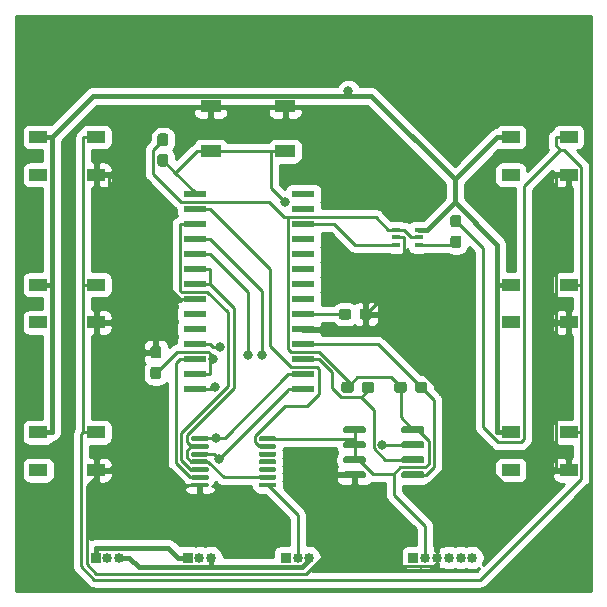
<source format=gbr>
%TF.GenerationSoftware,KiCad,Pcbnew,(5.1.6)-1*%
%TF.CreationDate,2020-08-14T21:54:29-04:00*%
%TF.ProjectId,CellLight,43656c6c-4c69-4676-9874-2e6b69636164,rev?*%
%TF.SameCoordinates,Original*%
%TF.FileFunction,Copper,L1,Top*%
%TF.FilePolarity,Positive*%
%FSLAX46Y46*%
G04 Gerber Fmt 4.6, Leading zero omitted, Abs format (unit mm)*
G04 Created by KiCad (PCBNEW (5.1.6)-1) date 2020-08-14 21:54:29*
%MOMM*%
%LPD*%
G01*
G04 APERTURE LIST*
%TA.AperFunction,SMDPad,CuDef*%
%ADD10R,1.900000X0.600000*%
%TD*%
%TA.AperFunction,SMDPad,CuDef*%
%ADD11R,0.650000X0.400000*%
%TD*%
%TA.AperFunction,SMDPad,CuDef*%
%ADD12R,1.700000X1.000000*%
%TD*%
%TA.AperFunction,ComponentPad*%
%ADD13O,0.850000X0.850000*%
%TD*%
%TA.AperFunction,ComponentPad*%
%ADD14R,0.850000X0.850000*%
%TD*%
%TA.AperFunction,SMDPad,CuDef*%
%ADD15R,1.500000X1.000000*%
%TD*%
%TA.AperFunction,ViaPad*%
%ADD16C,0.800000*%
%TD*%
%TA.AperFunction,Conductor*%
%ADD17C,0.250000*%
%TD*%
%TA.AperFunction,Conductor*%
%ADD18C,0.400000*%
%TD*%
%TA.AperFunction,Conductor*%
%ADD19C,0.254000*%
%TD*%
G04 APERTURE END LIST*
D10*
%TO.P,U1,28*%
%TO.N,N/C*%
X161305000Y-81745000D03*
%TO.P,U1,27*%
X161305000Y-83015000D03*
%TO.P,U1,26*%
%TO.N,PWM_OUT*%
X161305000Y-84285000D03*
%TO.P,U1,25*%
%TO.N,N/C*%
X161305000Y-85555000D03*
%TO.P,U1,24*%
X161305000Y-86825000D03*
%TO.P,U1,23*%
X161305000Y-88095000D03*
%TO.P,U1,22*%
X161305000Y-89365000D03*
%TO.P,U1,21*%
X161305000Y-90635000D03*
%TO.P,U1,20*%
%TO.N,Net-(C1-Pad2)*%
X161305000Y-91905000D03*
%TO.P,U1,19*%
%TO.N,GND*%
X161305000Y-93175000D03*
%TO.P,U1,18*%
%TO.N,SDA*%
X161305000Y-94445000D03*
%TO.P,U1,17*%
%TO.N,SCL*%
X161305000Y-95715000D03*
%TO.P,U1,16*%
%TO.N,PORT1_IO*%
X161305000Y-96985000D03*
%TO.P,U1,15*%
%TO.N,PORT2_IO*%
X161305000Y-98255000D03*
%TO.P,U1,14*%
%TO.N,PORT3_IO*%
X152095000Y-98255000D03*
%TO.P,U1,13*%
%TO.N,+3V3*%
X152095000Y-96985000D03*
%TO.P,U1,12*%
%TO.N,PORT3_SEL*%
X152095000Y-95715000D03*
%TO.P,U1,11*%
%TO.N,FRAM_WP*%
X152095000Y-94445000D03*
%TO.P,U1,10*%
%TO.N,N/C*%
X152095000Y-93175000D03*
%TO.P,U1,9*%
X152095000Y-91905000D03*
%TO.P,U1,8*%
%TO.N,GND*%
X152095000Y-90635000D03*
%TO.P,U1,7*%
%TO.N,IO_COM*%
X152095000Y-89365000D03*
%TO.P,U1,6*%
X152095000Y-88095000D03*
%TO.P,U1,5*%
%TO.N,PGEC*%
X152095000Y-86825000D03*
%TO.P,U1,4*%
%TO.N,PGED*%
X152095000Y-85555000D03*
%TO.P,U1,3*%
%TO.N,PORT2_SEL*%
X152095000Y-84285000D03*
%TO.P,U1,2*%
%TO.N,PORT1_SEL*%
X152095000Y-83015000D03*
%TO.P,U1,1*%
%TO.N,RESET*%
X152095000Y-81745000D03*
%TD*%
D11*
%TO.P,U6,6*%
%TO.N,+5V*%
X171050000Y-84750000D03*
%TO.P,U6,4*%
%TO.N,Net-(R7-Pad2)*%
X171050000Y-86050000D03*
%TO.P,U6,2*%
%TO.N,GND*%
X169150000Y-85400000D03*
%TO.P,U6,5*%
%TO.N,+3V3*%
X171050000Y-85400000D03*
%TO.P,U6,3*%
%TO.N,PWM_OUT*%
X169150000Y-86050000D03*
%TO.P,U6,1*%
%TO.N,+3V3*%
X169150000Y-84750000D03*
%TD*%
%TO.P,U3,8*%
%TO.N,+3V3*%
%TA.AperFunction,SMDPad,CuDef*%
G36*
G01*
X169600000Y-101845000D02*
X169600000Y-101545000D01*
G75*
G02*
X169750000Y-101395000I150000J0D01*
G01*
X171400000Y-101395000D01*
G75*
G02*
X171550000Y-101545000I0J-150000D01*
G01*
X171550000Y-101845000D01*
G75*
G02*
X171400000Y-101995000I-150000J0D01*
G01*
X169750000Y-101995000D01*
G75*
G02*
X169600000Y-101845000I0J150000D01*
G01*
G37*
%TD.AperFunction*%
%TO.P,U3,7*%
%TO.N,FRAM_WP*%
%TA.AperFunction,SMDPad,CuDef*%
G36*
G01*
X169600000Y-103115000D02*
X169600000Y-102815000D01*
G75*
G02*
X169750000Y-102665000I150000J0D01*
G01*
X171400000Y-102665000D01*
G75*
G02*
X171550000Y-102815000I0J-150000D01*
G01*
X171550000Y-103115000D01*
G75*
G02*
X171400000Y-103265000I-150000J0D01*
G01*
X169750000Y-103265000D01*
G75*
G02*
X169600000Y-103115000I0J150000D01*
G01*
G37*
%TD.AperFunction*%
%TO.P,U3,6*%
%TO.N,SCL*%
%TA.AperFunction,SMDPad,CuDef*%
G36*
G01*
X169600000Y-104385000D02*
X169600000Y-104085000D01*
G75*
G02*
X169750000Y-103935000I150000J0D01*
G01*
X171400000Y-103935000D01*
G75*
G02*
X171550000Y-104085000I0J-150000D01*
G01*
X171550000Y-104385000D01*
G75*
G02*
X171400000Y-104535000I-150000J0D01*
G01*
X169750000Y-104535000D01*
G75*
G02*
X169600000Y-104385000I0J150000D01*
G01*
G37*
%TD.AperFunction*%
%TO.P,U3,5*%
%TO.N,SDA*%
%TA.AperFunction,SMDPad,CuDef*%
G36*
G01*
X169600000Y-105655000D02*
X169600000Y-105355000D01*
G75*
G02*
X169750000Y-105205000I150000J0D01*
G01*
X171400000Y-105205000D01*
G75*
G02*
X171550000Y-105355000I0J-150000D01*
G01*
X171550000Y-105655000D01*
G75*
G02*
X171400000Y-105805000I-150000J0D01*
G01*
X169750000Y-105805000D01*
G75*
G02*
X169600000Y-105655000I0J150000D01*
G01*
G37*
%TD.AperFunction*%
%TO.P,U3,4*%
%TO.N,GND*%
%TA.AperFunction,SMDPad,CuDef*%
G36*
G01*
X164650000Y-105655000D02*
X164650000Y-105355000D01*
G75*
G02*
X164800000Y-105205000I150000J0D01*
G01*
X166450000Y-105205000D01*
G75*
G02*
X166600000Y-105355000I0J-150000D01*
G01*
X166600000Y-105655000D01*
G75*
G02*
X166450000Y-105805000I-150000J0D01*
G01*
X164800000Y-105805000D01*
G75*
G02*
X164650000Y-105655000I0J150000D01*
G01*
G37*
%TD.AperFunction*%
%TO.P,U3,3*%
%TO.N,+3V3*%
%TA.AperFunction,SMDPad,CuDef*%
G36*
G01*
X164650000Y-104385000D02*
X164650000Y-104085000D01*
G75*
G02*
X164800000Y-103935000I150000J0D01*
G01*
X166450000Y-103935000D01*
G75*
G02*
X166600000Y-104085000I0J-150000D01*
G01*
X166600000Y-104385000D01*
G75*
G02*
X166450000Y-104535000I-150000J0D01*
G01*
X164800000Y-104535000D01*
G75*
G02*
X164650000Y-104385000I0J150000D01*
G01*
G37*
%TD.AperFunction*%
%TO.P,U3,2*%
%TA.AperFunction,SMDPad,CuDef*%
G36*
G01*
X164650000Y-103115000D02*
X164650000Y-102815000D01*
G75*
G02*
X164800000Y-102665000I150000J0D01*
G01*
X166450000Y-102665000D01*
G75*
G02*
X166600000Y-102815000I0J-150000D01*
G01*
X166600000Y-103115000D01*
G75*
G02*
X166450000Y-103265000I-150000J0D01*
G01*
X164800000Y-103265000D01*
G75*
G02*
X164650000Y-103115000I0J150000D01*
G01*
G37*
%TD.AperFunction*%
%TO.P,U3,1*%
%TA.AperFunction,SMDPad,CuDef*%
G36*
G01*
X164650000Y-101845000D02*
X164650000Y-101545000D01*
G75*
G02*
X164800000Y-101395000I150000J0D01*
G01*
X166450000Y-101395000D01*
G75*
G02*
X166600000Y-101545000I0J-150000D01*
G01*
X166600000Y-101845000D01*
G75*
G02*
X166450000Y-101995000I-150000J0D01*
G01*
X164800000Y-101995000D01*
G75*
G02*
X164650000Y-101845000I0J150000D01*
G01*
G37*
%TD.AperFunction*%
%TD*%
%TO.P,U2,14*%
%TO.N,+3V3*%
%TA.AperFunction,SMDPad,CuDef*%
G36*
G01*
X157525000Y-102550000D02*
X157525000Y-102350000D01*
G75*
G02*
X157625000Y-102250000I100000J0D01*
G01*
X158900000Y-102250000D01*
G75*
G02*
X159000000Y-102350000I0J-100000D01*
G01*
X159000000Y-102550000D01*
G75*
G02*
X158900000Y-102650000I-100000J0D01*
G01*
X157625000Y-102650000D01*
G75*
G02*
X157525000Y-102550000I0J100000D01*
G01*
G37*
%TD.AperFunction*%
%TO.P,U2,13*%
%TO.N,PORT1_SEL*%
%TA.AperFunction,SMDPad,CuDef*%
G36*
G01*
X157525000Y-103200000D02*
X157525000Y-103000000D01*
G75*
G02*
X157625000Y-102900000I100000J0D01*
G01*
X158900000Y-102900000D01*
G75*
G02*
X159000000Y-103000000I0J-100000D01*
G01*
X159000000Y-103200000D01*
G75*
G02*
X158900000Y-103300000I-100000J0D01*
G01*
X157625000Y-103300000D01*
G75*
G02*
X157525000Y-103200000I0J100000D01*
G01*
G37*
%TD.AperFunction*%
%TO.P,U2,12*%
%TO.N,N/C*%
%TA.AperFunction,SMDPad,CuDef*%
G36*
G01*
X157525000Y-103850000D02*
X157525000Y-103650000D01*
G75*
G02*
X157625000Y-103550000I100000J0D01*
G01*
X158900000Y-103550000D01*
G75*
G02*
X159000000Y-103650000I0J-100000D01*
G01*
X159000000Y-103850000D01*
G75*
G02*
X158900000Y-103950000I-100000J0D01*
G01*
X157625000Y-103950000D01*
G75*
G02*
X157525000Y-103850000I0J100000D01*
G01*
G37*
%TD.AperFunction*%
%TO.P,U2,11*%
%TA.AperFunction,SMDPad,CuDef*%
G36*
G01*
X157525000Y-104500000D02*
X157525000Y-104300000D01*
G75*
G02*
X157625000Y-104200000I100000J0D01*
G01*
X158900000Y-104200000D01*
G75*
G02*
X159000000Y-104300000I0J-100000D01*
G01*
X159000000Y-104500000D01*
G75*
G02*
X158900000Y-104600000I-100000J0D01*
G01*
X157625000Y-104600000D01*
G75*
G02*
X157525000Y-104500000I0J100000D01*
G01*
G37*
%TD.AperFunction*%
%TO.P,U2,10*%
%TA.AperFunction,SMDPad,CuDef*%
G36*
G01*
X157525000Y-105150000D02*
X157525000Y-104950000D01*
G75*
G02*
X157625000Y-104850000I100000J0D01*
G01*
X158900000Y-104850000D01*
G75*
G02*
X159000000Y-104950000I0J-100000D01*
G01*
X159000000Y-105150000D01*
G75*
G02*
X158900000Y-105250000I-100000J0D01*
G01*
X157625000Y-105250000D01*
G75*
G02*
X157525000Y-105150000I0J100000D01*
G01*
G37*
%TD.AperFunction*%
%TO.P,U2,9*%
%TO.N,IO_COM*%
%TA.AperFunction,SMDPad,CuDef*%
G36*
G01*
X157525000Y-105800000D02*
X157525000Y-105600000D01*
G75*
G02*
X157625000Y-105500000I100000J0D01*
G01*
X158900000Y-105500000D01*
G75*
G02*
X159000000Y-105600000I0J-100000D01*
G01*
X159000000Y-105800000D01*
G75*
G02*
X158900000Y-105900000I-100000J0D01*
G01*
X157625000Y-105900000D01*
G75*
G02*
X157525000Y-105800000I0J100000D01*
G01*
G37*
%TD.AperFunction*%
%TO.P,U2,8*%
%TO.N,PORT3_IO*%
%TA.AperFunction,SMDPad,CuDef*%
G36*
G01*
X157525000Y-106450000D02*
X157525000Y-106250000D01*
G75*
G02*
X157625000Y-106150000I100000J0D01*
G01*
X158900000Y-106150000D01*
G75*
G02*
X159000000Y-106250000I0J-100000D01*
G01*
X159000000Y-106450000D01*
G75*
G02*
X158900000Y-106550000I-100000J0D01*
G01*
X157625000Y-106550000D01*
G75*
G02*
X157525000Y-106450000I0J100000D01*
G01*
G37*
%TD.AperFunction*%
%TO.P,U2,7*%
%TO.N,GND*%
%TA.AperFunction,SMDPad,CuDef*%
G36*
G01*
X151800000Y-106450000D02*
X151800000Y-106250000D01*
G75*
G02*
X151900000Y-106150000I100000J0D01*
G01*
X153175000Y-106150000D01*
G75*
G02*
X153275000Y-106250000I0J-100000D01*
G01*
X153275000Y-106450000D01*
G75*
G02*
X153175000Y-106550000I-100000J0D01*
G01*
X151900000Y-106550000D01*
G75*
G02*
X151800000Y-106450000I0J100000D01*
G01*
G37*
%TD.AperFunction*%
%TO.P,U2,6*%
%TO.N,PORT3_SEL*%
%TA.AperFunction,SMDPad,CuDef*%
G36*
G01*
X151800000Y-105800000D02*
X151800000Y-105600000D01*
G75*
G02*
X151900000Y-105500000I100000J0D01*
G01*
X153175000Y-105500000D01*
G75*
G02*
X153275000Y-105600000I0J-100000D01*
G01*
X153275000Y-105800000D01*
G75*
G02*
X153175000Y-105900000I-100000J0D01*
G01*
X151900000Y-105900000D01*
G75*
G02*
X151800000Y-105800000I0J100000D01*
G01*
G37*
%TD.AperFunction*%
%TO.P,U2,5*%
%TO.N,PORT2_SEL*%
%TA.AperFunction,SMDPad,CuDef*%
G36*
G01*
X151800000Y-105150000D02*
X151800000Y-104950000D01*
G75*
G02*
X151900000Y-104850000I100000J0D01*
G01*
X153175000Y-104850000D01*
G75*
G02*
X153275000Y-104950000I0J-100000D01*
G01*
X153275000Y-105150000D01*
G75*
G02*
X153175000Y-105250000I-100000J0D01*
G01*
X151900000Y-105250000D01*
G75*
G02*
X151800000Y-105150000I0J100000D01*
G01*
G37*
%TD.AperFunction*%
%TO.P,U2,4*%
%TO.N,IO_COM*%
%TA.AperFunction,SMDPad,CuDef*%
G36*
G01*
X151800000Y-104500000D02*
X151800000Y-104300000D01*
G75*
G02*
X151900000Y-104200000I100000J0D01*
G01*
X153175000Y-104200000D01*
G75*
G02*
X153275000Y-104300000I0J-100000D01*
G01*
X153275000Y-104500000D01*
G75*
G02*
X153175000Y-104600000I-100000J0D01*
G01*
X151900000Y-104600000D01*
G75*
G02*
X151800000Y-104500000I0J100000D01*
G01*
G37*
%TD.AperFunction*%
%TO.P,U2,3*%
%TO.N,PORT2_IO*%
%TA.AperFunction,SMDPad,CuDef*%
G36*
G01*
X151800000Y-103850000D02*
X151800000Y-103650000D01*
G75*
G02*
X151900000Y-103550000I100000J0D01*
G01*
X153175000Y-103550000D01*
G75*
G02*
X153275000Y-103650000I0J-100000D01*
G01*
X153275000Y-103850000D01*
G75*
G02*
X153175000Y-103950000I-100000J0D01*
G01*
X151900000Y-103950000D01*
G75*
G02*
X151800000Y-103850000I0J100000D01*
G01*
G37*
%TD.AperFunction*%
%TO.P,U2,2*%
%TO.N,IO_COM*%
%TA.AperFunction,SMDPad,CuDef*%
G36*
G01*
X151800000Y-103200000D02*
X151800000Y-103000000D01*
G75*
G02*
X151900000Y-102900000I100000J0D01*
G01*
X153175000Y-102900000D01*
G75*
G02*
X153275000Y-103000000I0J-100000D01*
G01*
X153275000Y-103200000D01*
G75*
G02*
X153175000Y-103300000I-100000J0D01*
G01*
X151900000Y-103300000D01*
G75*
G02*
X151800000Y-103200000I0J100000D01*
G01*
G37*
%TD.AperFunction*%
%TO.P,U2,1*%
%TO.N,PORT1_IO*%
%TA.AperFunction,SMDPad,CuDef*%
G36*
G01*
X151800000Y-102550000D02*
X151800000Y-102350000D01*
G75*
G02*
X151900000Y-102250000I100000J0D01*
G01*
X153175000Y-102250000D01*
G75*
G02*
X153275000Y-102350000I0J-100000D01*
G01*
X153275000Y-102550000D01*
G75*
G02*
X153175000Y-102650000I-100000J0D01*
G01*
X151900000Y-102650000D01*
G75*
G02*
X151800000Y-102550000I0J100000D01*
G01*
G37*
%TD.AperFunction*%
%TD*%
D12*
%TO.P,SW1,2*%
%TO.N,RESET*%
X159750000Y-78100000D03*
X153450000Y-78100000D03*
%TO.P,SW1,1*%
%TO.N,GND*%
X159750000Y-74300000D03*
X153450000Y-74300000D03*
%TD*%
%TO.P,R7,2*%
%TO.N,Net-(R7-Pad2)*%
%TA.AperFunction,SMDPad,CuDef*%
G36*
G01*
X173962500Y-85250000D02*
X174437500Y-85250000D01*
G75*
G02*
X174675000Y-85487500I0J-237500D01*
G01*
X174675000Y-86062500D01*
G75*
G02*
X174437500Y-86300000I-237500J0D01*
G01*
X173962500Y-86300000D01*
G75*
G02*
X173725000Y-86062500I0J237500D01*
G01*
X173725000Y-85487500D01*
G75*
G02*
X173962500Y-85250000I237500J0D01*
G01*
G37*
%TD.AperFunction*%
%TO.P,R7,1*%
%TO.N,Net-(D10-Pad4)*%
%TA.AperFunction,SMDPad,CuDef*%
G36*
G01*
X173962500Y-83500000D02*
X174437500Y-83500000D01*
G75*
G02*
X174675000Y-83737500I0J-237500D01*
G01*
X174675000Y-84312500D01*
G75*
G02*
X174437500Y-84550000I-237500J0D01*
G01*
X173962500Y-84550000D01*
G75*
G02*
X173725000Y-84312500I0J237500D01*
G01*
X173725000Y-83737500D01*
G75*
G02*
X173962500Y-83500000I237500J0D01*
G01*
G37*
%TD.AperFunction*%
%TD*%
%TO.P,R3,2*%
%TO.N,SCL*%
%TA.AperFunction,SMDPad,CuDef*%
G36*
G01*
X166250000Y-98337500D02*
X166250000Y-97862500D01*
G75*
G02*
X166487500Y-97625000I237500J0D01*
G01*
X167062500Y-97625000D01*
G75*
G02*
X167300000Y-97862500I0J-237500D01*
G01*
X167300000Y-98337500D01*
G75*
G02*
X167062500Y-98575000I-237500J0D01*
G01*
X166487500Y-98575000D01*
G75*
G02*
X166250000Y-98337500I0J237500D01*
G01*
G37*
%TD.AperFunction*%
%TO.P,R3,1*%
%TO.N,+3V3*%
%TA.AperFunction,SMDPad,CuDef*%
G36*
G01*
X164500000Y-98337500D02*
X164500000Y-97862500D01*
G75*
G02*
X164737500Y-97625000I237500J0D01*
G01*
X165312500Y-97625000D01*
G75*
G02*
X165550000Y-97862500I0J-237500D01*
G01*
X165550000Y-98337500D01*
G75*
G02*
X165312500Y-98575000I-237500J0D01*
G01*
X164737500Y-98575000D01*
G75*
G02*
X164500000Y-98337500I0J237500D01*
G01*
G37*
%TD.AperFunction*%
%TD*%
%TO.P,R2,2*%
%TO.N,SDA*%
%TA.AperFunction,SMDPad,CuDef*%
G36*
G01*
X170750000Y-98337500D02*
X170750000Y-97862500D01*
G75*
G02*
X170987500Y-97625000I237500J0D01*
G01*
X171562500Y-97625000D01*
G75*
G02*
X171800000Y-97862500I0J-237500D01*
G01*
X171800000Y-98337500D01*
G75*
G02*
X171562500Y-98575000I-237500J0D01*
G01*
X170987500Y-98575000D01*
G75*
G02*
X170750000Y-98337500I0J237500D01*
G01*
G37*
%TD.AperFunction*%
%TO.P,R2,1*%
%TO.N,+3V3*%
%TA.AperFunction,SMDPad,CuDef*%
G36*
G01*
X169000000Y-98337500D02*
X169000000Y-97862500D01*
G75*
G02*
X169237500Y-97625000I237500J0D01*
G01*
X169812500Y-97625000D01*
G75*
G02*
X170050000Y-97862500I0J-237500D01*
G01*
X170050000Y-98337500D01*
G75*
G02*
X169812500Y-98575000I-237500J0D01*
G01*
X169237500Y-98575000D01*
G75*
G02*
X169000000Y-98337500I0J237500D01*
G01*
G37*
%TD.AperFunction*%
%TD*%
%TO.P,R1,2*%
%TO.N,RESET*%
%TA.AperFunction,SMDPad,CuDef*%
G36*
G01*
X149162500Y-78350000D02*
X149637500Y-78350000D01*
G75*
G02*
X149875000Y-78587500I0J-237500D01*
G01*
X149875000Y-79162500D01*
G75*
G02*
X149637500Y-79400000I-237500J0D01*
G01*
X149162500Y-79400000D01*
G75*
G02*
X148925000Y-79162500I0J237500D01*
G01*
X148925000Y-78587500D01*
G75*
G02*
X149162500Y-78350000I237500J0D01*
G01*
G37*
%TD.AperFunction*%
%TO.P,R1,1*%
%TO.N,+3V3*%
%TA.AperFunction,SMDPad,CuDef*%
G36*
G01*
X149162500Y-76600000D02*
X149637500Y-76600000D01*
G75*
G02*
X149875000Y-76837500I0J-237500D01*
G01*
X149875000Y-77412500D01*
G75*
G02*
X149637500Y-77650000I-237500J0D01*
G01*
X149162500Y-77650000D01*
G75*
G02*
X148925000Y-77412500I0J237500D01*
G01*
X148925000Y-76837500D01*
G75*
G02*
X149162500Y-76600000I237500J0D01*
G01*
G37*
%TD.AperFunction*%
%TD*%
D13*
%TO.P,J4,6*%
%TO.N,N/C*%
X175600000Y-112500000D03*
%TO.P,J4,5*%
%TO.N,PGEC*%
X174600000Y-112500000D03*
%TO.P,J4,4*%
%TO.N,PGED*%
X173600000Y-112500000D03*
%TO.P,J4,3*%
%TO.N,GND*%
X172600000Y-112500000D03*
%TO.P,J4,2*%
%TO.N,+3V3*%
X171600000Y-112500000D03*
D14*
%TO.P,J4,1*%
%TO.N,RESET*%
X170600000Y-112500000D03*
%TD*%
D13*
%TO.P,J3,3*%
%TO.N,PRI_LO*%
X161800000Y-112500000D03*
%TO.P,J3,2*%
%TO.N,PORT3_IO*%
X160800000Y-112500000D03*
D14*
%TO.P,J3,1*%
%TO.N,PRI_HI*%
X159800000Y-112500000D03*
%TD*%
D13*
%TO.P,J2,3*%
%TO.N,PRI_LO*%
X153500000Y-112500000D03*
%TO.P,J2,2*%
%TO.N,PORT2_IO*%
X152500000Y-112500000D03*
D14*
%TO.P,J2,1*%
%TO.N,PRI_HI*%
X151500000Y-112500000D03*
%TD*%
D13*
%TO.P,J1,3*%
%TO.N,PRI_LO*%
X145700000Y-112500000D03*
%TO.P,J1,2*%
%TO.N,PORT1_IO*%
X144700000Y-112500000D03*
D14*
%TO.P,J1,1*%
%TO.N,PRI_HI*%
X143700000Y-112500000D03*
%TD*%
D15*
%TO.P,D10,1*%
%TO.N,+5V*%
X138850000Y-76900000D03*
%TO.P,D10,2*%
%TO.N,N/C*%
X138850000Y-80100000D03*
%TO.P,D10,4*%
%TO.N,Net-(D10-Pad4)*%
X143750000Y-76900000D03*
%TO.P,D10,3*%
%TO.N,GND*%
X143750000Y-80100000D03*
%TD*%
%TO.P,D9,1*%
%TO.N,+5V*%
X138850000Y-89400000D03*
%TO.P,D9,2*%
%TO.N,N/C*%
X138850000Y-92600000D03*
%TO.P,D9,4*%
%TO.N,Net-(D10-Pad4)*%
X143750000Y-89400000D03*
%TO.P,D9,3*%
%TO.N,GND*%
X143750000Y-92600000D03*
%TD*%
%TO.P,D8,1*%
%TO.N,+5V*%
X138850000Y-101900000D03*
%TO.P,D8,2*%
%TO.N,N/C*%
X138850000Y-105100000D03*
%TO.P,D8,4*%
%TO.N,Net-(D10-Pad4)*%
X143750000Y-101900000D03*
%TO.P,D8,3*%
%TO.N,GND*%
X143750000Y-105100000D03*
%TD*%
%TO.P,D7,1*%
%TO.N,+5V*%
X178850000Y-101900000D03*
%TO.P,D7,2*%
%TO.N,N/C*%
X178850000Y-105100000D03*
%TO.P,D7,4*%
%TO.N,Net-(D10-Pad4)*%
X183750000Y-101900000D03*
%TO.P,D7,3*%
%TO.N,GND*%
X183750000Y-105100000D03*
%TD*%
%TO.P,D6,1*%
%TO.N,+5V*%
X178850000Y-89400000D03*
%TO.P,D6,2*%
%TO.N,N/C*%
X178850000Y-92600000D03*
%TO.P,D6,4*%
%TO.N,Net-(D10-Pad4)*%
X183750000Y-89400000D03*
%TO.P,D6,3*%
%TO.N,GND*%
X183750000Y-92600000D03*
%TD*%
%TO.P,D5,1*%
%TO.N,+5V*%
X178850000Y-76900000D03*
%TO.P,D5,2*%
%TO.N,N/C*%
X178850000Y-80100000D03*
%TO.P,D5,4*%
%TO.N,Net-(D10-Pad4)*%
X183750000Y-76900000D03*
%TO.P,D5,3*%
%TO.N,GND*%
X183750000Y-80100000D03*
%TD*%
%TO.P,C2,2*%
%TO.N,GND*%
%TA.AperFunction,SMDPad,CuDef*%
G36*
G01*
X149037500Y-95650000D02*
X148562500Y-95650000D01*
G75*
G02*
X148325000Y-95412500I0J237500D01*
G01*
X148325000Y-94837500D01*
G75*
G02*
X148562500Y-94600000I237500J0D01*
G01*
X149037500Y-94600000D01*
G75*
G02*
X149275000Y-94837500I0J-237500D01*
G01*
X149275000Y-95412500D01*
G75*
G02*
X149037500Y-95650000I-237500J0D01*
G01*
G37*
%TD.AperFunction*%
%TO.P,C2,1*%
%TO.N,+3V3*%
%TA.AperFunction,SMDPad,CuDef*%
G36*
G01*
X149037500Y-97400000D02*
X148562500Y-97400000D01*
G75*
G02*
X148325000Y-97162500I0J237500D01*
G01*
X148325000Y-96587500D01*
G75*
G02*
X148562500Y-96350000I237500J0D01*
G01*
X149037500Y-96350000D01*
G75*
G02*
X149275000Y-96587500I0J-237500D01*
G01*
X149275000Y-97162500D01*
G75*
G02*
X149037500Y-97400000I-237500J0D01*
G01*
G37*
%TD.AperFunction*%
%TD*%
%TO.P,C1,2*%
%TO.N,Net-(C1-Pad2)*%
%TA.AperFunction,SMDPad,CuDef*%
G36*
G01*
X165350000Y-91662500D02*
X165350000Y-92137500D01*
G75*
G02*
X165112500Y-92375000I-237500J0D01*
G01*
X164537500Y-92375000D01*
G75*
G02*
X164300000Y-92137500I0J237500D01*
G01*
X164300000Y-91662500D01*
G75*
G02*
X164537500Y-91425000I237500J0D01*
G01*
X165112500Y-91425000D01*
G75*
G02*
X165350000Y-91662500I0J-237500D01*
G01*
G37*
%TD.AperFunction*%
%TO.P,C1,1*%
%TO.N,GND*%
%TA.AperFunction,SMDPad,CuDef*%
G36*
G01*
X167100000Y-91662500D02*
X167100000Y-92137500D01*
G75*
G02*
X166862500Y-92375000I-237500J0D01*
G01*
X166287500Y-92375000D01*
G75*
G02*
X166050000Y-92137500I0J237500D01*
G01*
X166050000Y-91662500D01*
G75*
G02*
X166287500Y-91425000I237500J0D01*
G01*
X166862500Y-91425000D01*
G75*
G02*
X167100000Y-91662500I0J-237500D01*
G01*
G37*
%TD.AperFunction*%
%TD*%
D16*
%TO.N,+3V3*%
X153684500Y-95697900D03*
%TO.N,+5V*%
X165115200Y-73000700D03*
%TO.N,PORT1_IO*%
X153894600Y-102380200D03*
%TO.N,PORT2_IO*%
X154146100Y-104177000D03*
%TO.N,PORT3_IO*%
X153805900Y-98030600D03*
%TO.N,PGEC*%
X156601600Y-95387900D03*
%TO.N,PGED*%
X157774000Y-95372300D03*
%TO.N,RESET*%
X159726700Y-82400000D03*
%TO.N,FRAM_WP*%
X154195000Y-94701600D03*
X167978500Y-102965000D03*
%TD*%
D17*
%TO.N,Net-(C1-Pad2)*%
X161305000Y-91905000D02*
X162580300Y-91905000D01*
X164825000Y-91900000D02*
X162585300Y-91900000D01*
X162585300Y-91900000D02*
X162580300Y-91905000D01*
%TO.N,GND*%
X178193100Y-106156600D02*
X173302800Y-101266300D01*
X173302800Y-101266300D02*
X173302800Y-98767200D01*
X173302800Y-98767200D02*
X167710600Y-93175000D01*
X167710600Y-93175000D02*
X166575000Y-93175000D01*
X182674700Y-105100000D02*
X181618100Y-106156600D01*
X181618100Y-106156600D02*
X178193100Y-106156600D01*
X172600000Y-111749700D02*
X178193100Y-106156600D01*
X166575000Y-93175000D02*
X166575000Y-91900000D01*
X162580300Y-93175000D02*
X166575000Y-93175000D01*
X153450000Y-74300000D02*
X159750000Y-74300000D01*
X182674700Y-92600000D02*
X182674700Y-105100000D01*
X182674700Y-80100000D02*
X182674700Y-92600000D01*
X183750000Y-105100000D02*
X182674700Y-105100000D01*
X172600000Y-112500000D02*
X172600000Y-111749700D01*
X172600000Y-112628700D02*
X172600000Y-112500000D01*
X144825400Y-80100000D02*
X150625400Y-74300000D01*
X150625400Y-74300000D02*
X153450000Y-74300000D01*
X161305000Y-93175000D02*
X162580300Y-93175000D01*
X183750000Y-80100000D02*
X182674700Y-80100000D01*
X183750000Y-92600000D02*
X182674700Y-92600000D01*
X169150000Y-85400000D02*
X169800300Y-85400000D01*
X166575000Y-91900000D02*
X169800300Y-88674700D01*
X169800300Y-88674700D02*
X169800300Y-85400000D01*
X172600000Y-112628700D02*
X172600000Y-113250300D01*
X165625000Y-109759900D02*
X165625000Y-105505000D01*
X144287700Y-105100000D02*
X142949600Y-106438100D01*
X142949600Y-106438100D02*
X142949600Y-113065200D01*
X142949600Y-113065200D02*
X143760300Y-113875900D01*
X143760300Y-113875900D02*
X161509000Y-113875900D01*
X161509000Y-113875900D02*
X165625000Y-109759900D01*
X172600000Y-113250300D02*
X169115400Y-113250300D01*
X169115400Y-113250300D02*
X165625000Y-109759900D01*
X144825400Y-80100000D02*
X144825400Y-84640700D01*
X144825400Y-84640700D02*
X150819700Y-90635000D01*
X144712700Y-80100000D02*
X144825400Y-80100000D01*
X143750000Y-80100000D02*
X144712700Y-80100000D01*
X148800000Y-95125000D02*
X148800000Y-92654700D01*
X148800000Y-92654700D02*
X150819700Y-90635000D01*
X152095000Y-90635000D02*
X150819700Y-90635000D01*
X147350300Y-95125000D02*
X148800000Y-95125000D01*
X144287700Y-105100000D02*
X144825300Y-105100000D01*
X143750000Y-105100000D02*
X144287700Y-105100000D01*
X147350300Y-102575000D02*
X144825300Y-105100000D01*
X147350300Y-95125000D02*
X147350300Y-102575000D01*
X147350300Y-102575000D02*
X151125300Y-106350000D01*
X151125300Y-106350000D02*
X152537500Y-106350000D01*
X147350300Y-95125000D02*
X144825300Y-92600000D01*
X143750000Y-92600000D02*
X144825300Y-92600000D01*
%TO.N,+3V3*%
X169150000Y-84750000D02*
X168499700Y-84750000D01*
X160008400Y-83659600D02*
X167409300Y-83659600D01*
X167409300Y-83659600D02*
X168499700Y-84750000D01*
X149400000Y-77125000D02*
X148557500Y-77967500D01*
X148557500Y-77967500D02*
X148557500Y-80011600D01*
X148557500Y-80011600D02*
X150935500Y-82389600D01*
X150935500Y-82389600D02*
X158354000Y-82389600D01*
X158354000Y-82389600D02*
X159624000Y-83659600D01*
X159624000Y-83659600D02*
X160008400Y-83659600D01*
X168987900Y-105391300D02*
X169509200Y-104870000D01*
X169509200Y-104870000D02*
X171621300Y-104870000D01*
X171621300Y-104870000D02*
X171911500Y-104579800D01*
X171911500Y-104579800D02*
X171911500Y-102599300D01*
X171911500Y-102599300D02*
X171007300Y-101695100D01*
X171007300Y-101695100D02*
X170575000Y-101695100D01*
X170575000Y-101695100D02*
X170575000Y-101695000D01*
X171600000Y-112500000D02*
X171600000Y-109812900D01*
X171600000Y-109812900D02*
X168987900Y-107200800D01*
X168987900Y-107200800D02*
X168987900Y-105391300D01*
X168987900Y-105391300D02*
X167178400Y-105391300D01*
X167178400Y-105391300D02*
X166022100Y-104235000D01*
X166022100Y-104235000D02*
X165625000Y-104235000D01*
X165625000Y-101695000D02*
X165625000Y-102450000D01*
X170575000Y-101695000D02*
X169525000Y-100645000D01*
X169525000Y-100645000D02*
X169525000Y-98100000D01*
X165335800Y-97789200D02*
X162636100Y-95089600D01*
X162636100Y-95089600D02*
X160239100Y-95089600D01*
X160239100Y-95089600D02*
X160008400Y-94858900D01*
X160008400Y-94858900D02*
X160008400Y-83659600D01*
X165335800Y-97789200D02*
X165025000Y-98100000D01*
X169525000Y-98100000D02*
X168680400Y-97255400D01*
X168680400Y-97255400D02*
X165869600Y-97255400D01*
X165869600Y-97255400D02*
X165335800Y-97789200D01*
X153370300Y-95697900D02*
X153370300Y-96985000D01*
X148800000Y-96875000D02*
X150585400Y-95089600D01*
X150585400Y-95089600D02*
X153242200Y-95089600D01*
X153242200Y-95089600D02*
X153370300Y-95217700D01*
X153370300Y-95217700D02*
X153370300Y-95697900D01*
X153370300Y-95697900D02*
X153684500Y-95697900D01*
X171050000Y-85400000D02*
X170399700Y-85400000D01*
X169150000Y-84750000D02*
X169800300Y-84750000D01*
X169800300Y-84750000D02*
X170399700Y-85349400D01*
X170399700Y-85349400D02*
X170399700Y-85400000D01*
X152095000Y-96985000D02*
X153370300Y-96985000D01*
X165625000Y-102450000D02*
X165625000Y-102965000D01*
X165625000Y-102450000D02*
X158262500Y-102450000D01*
X165625000Y-102965000D02*
X165625000Y-104235000D01*
D18*
%TO.N,+5V*%
X165115200Y-73399600D02*
X167011300Y-73399600D01*
X167011300Y-73399600D02*
X174105700Y-80494000D01*
X140000300Y-76900000D02*
X143500700Y-73399600D01*
X143500700Y-73399600D02*
X165115200Y-73399600D01*
X165115200Y-73399600D02*
X165115200Y-73000700D01*
X140000300Y-76900000D02*
X140000300Y-89400000D01*
X174105700Y-80494000D02*
X174105700Y-82419500D01*
X174105700Y-82419500D02*
X174105800Y-82419500D01*
X177699700Y-76900000D02*
X174105700Y-80494000D01*
X174105800Y-82419500D02*
X177699700Y-86013500D01*
X177699700Y-86013500D02*
X177699700Y-89400000D01*
X174105800Y-82419500D02*
X171775300Y-84750000D01*
X171050000Y-84750000D02*
X171775300Y-84750000D01*
X178850000Y-76900000D02*
X177699700Y-76900000D01*
X138850000Y-101900000D02*
X140000300Y-101900000D01*
X140000300Y-101900000D02*
X140000300Y-89400000D01*
X138850000Y-89400000D02*
X140000300Y-89400000D01*
X138850000Y-76900000D02*
X140000300Y-76900000D01*
X178850000Y-89400000D02*
X177699700Y-89400000D01*
X177699700Y-101900000D02*
X177699700Y-89400000D01*
X178850000Y-101900000D02*
X177699700Y-101900000D01*
%TO.N,PRI_HI*%
X151500000Y-112500000D02*
X150674700Y-112500000D01*
X143700000Y-112500000D02*
X143700000Y-111674700D01*
X143700000Y-111674700D02*
X149849400Y-111674700D01*
X149849400Y-111674700D02*
X150674700Y-112500000D01*
%TO.N,PRI_LO*%
X153500000Y-113325300D02*
X161145600Y-113325300D01*
X161145600Y-113325300D02*
X161800000Y-112670900D01*
X161800000Y-112670900D02*
X161800000Y-112500000D01*
X153500000Y-113175200D02*
X153500000Y-113325300D01*
X153500000Y-112500000D02*
X153500000Y-113175200D01*
X145700000Y-112500000D02*
X146525300Y-112500000D01*
X146525300Y-112500000D02*
X147350600Y-113325300D01*
X147350600Y-113325300D02*
X153500000Y-113325300D01*
D17*
%TO.N,Net-(D10-Pad4)*%
X183063100Y-77987200D02*
X179966200Y-81084100D01*
X179966200Y-81084100D02*
X179966200Y-102494900D01*
X179966200Y-102494900D02*
X179703300Y-102757800D01*
X179703300Y-102757800D02*
X177791900Y-102757800D01*
X177791900Y-102757800D02*
X176505300Y-101471200D01*
X176505300Y-101471200D02*
X176505300Y-86330300D01*
X176505300Y-86330300D02*
X174200000Y-84025000D01*
X183063100Y-77987200D02*
X183363800Y-77987200D01*
X183363800Y-77987200D02*
X184825300Y-79448700D01*
X184825300Y-79448700D02*
X184825300Y-89400000D01*
X182674700Y-76900000D02*
X182674700Y-77598800D01*
X182674700Y-77598800D02*
X183063100Y-77987200D01*
X143750000Y-76900000D02*
X142674700Y-76900000D01*
X142674700Y-89400000D02*
X142674700Y-76900000D01*
X142787300Y-89400000D02*
X142674700Y-89400000D01*
X143750000Y-89400000D02*
X142787300Y-89400000D01*
X142674800Y-101900000D02*
X142674700Y-101899900D01*
X142674700Y-101899900D02*
X142674700Y-89400000D01*
X142674800Y-101900000D02*
X142492600Y-102082200D01*
X142492600Y-102082200D02*
X142492600Y-113248100D01*
X142492600Y-113248100D02*
X143609900Y-114365400D01*
X143609900Y-114365400D02*
X176281200Y-114365400D01*
X176281200Y-114365400D02*
X184825300Y-105821300D01*
X184825300Y-105821300D02*
X184825300Y-101900000D01*
X142787300Y-101900000D02*
X142674800Y-101900000D01*
X143750000Y-101900000D02*
X142787300Y-101900000D01*
X184712700Y-101900000D02*
X184825300Y-101900000D01*
X184825300Y-101900000D02*
X184825300Y-89400000D01*
X183750000Y-89400000D02*
X184825300Y-89400000D01*
X183750000Y-76900000D02*
X182674700Y-76900000D01*
X183750000Y-101900000D02*
X184712700Y-101900000D01*
%TO.N,PORT1_IO*%
X161305000Y-96985000D02*
X160029700Y-96985000D01*
X153894600Y-102380200D02*
X154634500Y-102380200D01*
X154634500Y-102380200D02*
X160029700Y-96985000D01*
X152537500Y-102450000D02*
X152607300Y-102380200D01*
X152607300Y-102380200D02*
X153894600Y-102380200D01*
%TO.N,PORT2_IO*%
X161305000Y-98255000D02*
X160029700Y-98255000D01*
X154146100Y-104177000D02*
X160029700Y-98293400D01*
X160029700Y-98293400D02*
X160029700Y-98255000D01*
X152537500Y-103750000D02*
X153719100Y-103750000D01*
X153719100Y-103750000D02*
X154146100Y-104177000D01*
%TO.N,PORT3_IO*%
X160800000Y-112500000D02*
X160800000Y-108887500D01*
X160800000Y-108887500D02*
X158262500Y-106350000D01*
X152095000Y-98255000D02*
X153370300Y-98255000D01*
X153805900Y-98030600D02*
X153594700Y-98030600D01*
X153594700Y-98030600D02*
X153370300Y-98255000D01*
%TO.N,PGEC*%
X153370300Y-86825000D02*
X156601600Y-90056300D01*
X156601600Y-90056300D02*
X156601600Y-95387900D01*
X152095000Y-86825000D02*
X153370300Y-86825000D01*
%TO.N,PGED*%
X157774000Y-95372300D02*
X157774000Y-89958700D01*
X157774000Y-89958700D02*
X153370300Y-85555000D01*
X152095000Y-85555000D02*
X153370300Y-85555000D01*
%TO.N,RESET*%
X158574700Y-78100000D02*
X158574700Y-81248000D01*
X158574700Y-81248000D02*
X159726700Y-82400000D01*
X150449900Y-79924800D02*
X152095000Y-81570000D01*
X152095000Y-81570000D02*
X152095000Y-81745000D01*
X149400000Y-78875000D02*
X150449900Y-79924800D01*
X152274700Y-78100000D02*
X150449900Y-79924800D01*
X153450000Y-78100000D02*
X152274700Y-78100000D01*
X158574700Y-78100000D02*
X153450000Y-78100000D01*
X159750000Y-78100000D02*
X158574700Y-78100000D01*
%TO.N,SDA*%
X171275000Y-98100000D02*
X172361900Y-99186900D01*
X172361900Y-99186900D02*
X172361900Y-104796100D01*
X172361900Y-104796100D02*
X171653000Y-105505000D01*
X171653000Y-105505000D02*
X170575000Y-105505000D01*
X161305000Y-94445000D02*
X167620000Y-94445000D01*
X167620000Y-94445000D02*
X171275000Y-98100000D01*
%TO.N,SCL*%
X166213000Y-98934700D02*
X167253100Y-99974800D01*
X167253100Y-99974800D02*
X167253100Y-103270900D01*
X167253100Y-103270900D02*
X168217200Y-104235000D01*
X168217200Y-104235000D02*
X170575000Y-104235000D01*
X162580300Y-95715000D02*
X163701600Y-96836300D01*
X163701600Y-96836300D02*
X163701600Y-98130200D01*
X163701600Y-98130200D02*
X164506100Y-98934700D01*
X164506100Y-98934700D02*
X166213000Y-98934700D01*
X166775000Y-98100000D02*
X166775000Y-98372700D01*
X166775000Y-98372700D02*
X166213000Y-98934700D01*
X161305000Y-95715000D02*
X162580300Y-95715000D01*
%TO.N,Net-(R7-Pad2)*%
X174200000Y-85775000D02*
X173925000Y-86050000D01*
X173925000Y-86050000D02*
X171050000Y-86050000D01*
%TO.N,PWM_OUT*%
X169150000Y-86050000D02*
X165673900Y-86050000D01*
X165673900Y-86050000D02*
X163908900Y-84285000D01*
X163908900Y-84285000D02*
X161305000Y-84285000D01*
%TO.N,PORT3_SEL*%
X152095000Y-95715000D02*
X150819700Y-95715000D01*
X152537500Y-105700000D02*
X151719700Y-105700000D01*
X151719700Y-105700000D02*
X150489600Y-104469900D01*
X150489600Y-104469900D02*
X150489600Y-96045100D01*
X150489600Y-96045100D02*
X150819700Y-95715000D01*
%TO.N,FRAM_WP*%
X153370300Y-94445000D02*
X153626900Y-94701600D01*
X153626900Y-94701600D02*
X154195000Y-94701600D01*
X170575000Y-102965000D02*
X167978500Y-102965000D01*
X152095000Y-94445000D02*
X153370300Y-94445000D01*
%TO.N,PORT2_SEL*%
X152095000Y-84285000D02*
X150819700Y-84285000D01*
X152537500Y-105050000D02*
X151783300Y-105050000D01*
X151783300Y-105050000D02*
X150940000Y-104206700D01*
X150940000Y-104206700D02*
X150940000Y-101954100D01*
X150940000Y-101954100D02*
X154922200Y-97971900D01*
X154922200Y-97971900D02*
X154922200Y-91745000D01*
X154922200Y-91745000D02*
X153177200Y-90000000D01*
X153177200Y-90000000D02*
X150973900Y-90000000D01*
X150973900Y-90000000D02*
X150819700Y-89845800D01*
X150819700Y-89845800D02*
X150819700Y-84285000D01*
%TO.N,PORT1_SEL*%
X158262500Y-103100000D02*
X157566800Y-103100000D01*
X157566800Y-103100000D02*
X157186900Y-102720100D01*
X157186900Y-102720100D02*
X157186900Y-102176000D01*
X157186900Y-102176000D02*
X159719500Y-99643400D01*
X159719500Y-99643400D02*
X161638900Y-99643400D01*
X161638900Y-99643400D02*
X162592000Y-98690300D01*
X162592000Y-98690300D02*
X162592000Y-96498100D01*
X162592000Y-96498100D02*
X162441700Y-96347800D01*
X162441700Y-96347800D02*
X160214300Y-96347800D01*
X160214300Y-96347800D02*
X158449300Y-94582800D01*
X158449300Y-94582800D02*
X158449300Y-88094000D01*
X158449300Y-88094000D02*
X153370300Y-83015000D01*
X152095000Y-83015000D02*
X153370300Y-83015000D01*
%TO.N,IO_COM*%
X151815700Y-103100000D02*
X151459800Y-102744100D01*
X151459800Y-102744100D02*
X151459800Y-102102900D01*
X151459800Y-102102900D02*
X155408900Y-98153800D01*
X155408900Y-98153800D02*
X155408900Y-91403600D01*
X155408900Y-91403600D02*
X153370300Y-89365000D01*
X151815700Y-103100000D02*
X151431300Y-103484400D01*
X151431300Y-103484400D02*
X151431300Y-104010400D01*
X151431300Y-104010400D02*
X151820900Y-104400000D01*
X151820900Y-104400000D02*
X152537500Y-104400000D01*
X152537500Y-103100000D02*
X151815700Y-103100000D01*
X152095000Y-88095000D02*
X153370300Y-88095000D01*
X153370300Y-88095000D02*
X153370300Y-89365000D01*
X152095000Y-89365000D02*
X153370300Y-89365000D01*
X152537500Y-104400000D02*
X153251200Y-104400000D01*
X153251200Y-104400000D02*
X154551200Y-105700000D01*
X154551200Y-105700000D02*
X158262500Y-105700000D01*
%TD*%
D19*
%TO.N,GND*%
G36*
X185640000Y-115340000D02*
G01*
X136960000Y-115340000D01*
X136960000Y-104600000D01*
X137461928Y-104600000D01*
X137461928Y-105600000D01*
X137474188Y-105724482D01*
X137510498Y-105844180D01*
X137569463Y-105954494D01*
X137648815Y-106051185D01*
X137745506Y-106130537D01*
X137855820Y-106189502D01*
X137975518Y-106225812D01*
X138100000Y-106238072D01*
X139600000Y-106238072D01*
X139724482Y-106225812D01*
X139844180Y-106189502D01*
X139954494Y-106130537D01*
X140051185Y-106051185D01*
X140130537Y-105954494D01*
X140189502Y-105844180D01*
X140225812Y-105724482D01*
X140238072Y-105600000D01*
X140238072Y-104600000D01*
X140225812Y-104475518D01*
X140189502Y-104355820D01*
X140130537Y-104245506D01*
X140051185Y-104148815D01*
X139954494Y-104069463D01*
X139844180Y-104010498D01*
X139724482Y-103974188D01*
X139600000Y-103961928D01*
X138100000Y-103961928D01*
X137975518Y-103974188D01*
X137855820Y-104010498D01*
X137745506Y-104069463D01*
X137648815Y-104148815D01*
X137569463Y-104245506D01*
X137510498Y-104355820D01*
X137474188Y-104475518D01*
X137461928Y-104600000D01*
X136960000Y-104600000D01*
X136960000Y-76400000D01*
X137461928Y-76400000D01*
X137461928Y-77400000D01*
X137474188Y-77524482D01*
X137510498Y-77644180D01*
X137569463Y-77754494D01*
X137648815Y-77851185D01*
X137745506Y-77930537D01*
X137855820Y-77989502D01*
X137975518Y-78025812D01*
X138100000Y-78038072D01*
X139165300Y-78038072D01*
X139165300Y-78961928D01*
X138100000Y-78961928D01*
X137975518Y-78974188D01*
X137855820Y-79010498D01*
X137745506Y-79069463D01*
X137648815Y-79148815D01*
X137569463Y-79245506D01*
X137510498Y-79355820D01*
X137474188Y-79475518D01*
X137461928Y-79600000D01*
X137461928Y-80600000D01*
X137474188Y-80724482D01*
X137510498Y-80844180D01*
X137569463Y-80954494D01*
X137648815Y-81051185D01*
X137745506Y-81130537D01*
X137855820Y-81189502D01*
X137975518Y-81225812D01*
X138100000Y-81238072D01*
X139165300Y-81238072D01*
X139165301Y-88261928D01*
X138100000Y-88261928D01*
X137975518Y-88274188D01*
X137855820Y-88310498D01*
X137745506Y-88369463D01*
X137648815Y-88448815D01*
X137569463Y-88545506D01*
X137510498Y-88655820D01*
X137474188Y-88775518D01*
X137461928Y-88900000D01*
X137461928Y-89900000D01*
X137474188Y-90024482D01*
X137510498Y-90144180D01*
X137569463Y-90254494D01*
X137648815Y-90351185D01*
X137745506Y-90430537D01*
X137855820Y-90489502D01*
X137975518Y-90525812D01*
X138100000Y-90538072D01*
X139165301Y-90538072D01*
X139165301Y-91461928D01*
X138100000Y-91461928D01*
X137975518Y-91474188D01*
X137855820Y-91510498D01*
X137745506Y-91569463D01*
X137648815Y-91648815D01*
X137569463Y-91745506D01*
X137510498Y-91855820D01*
X137474188Y-91975518D01*
X137461928Y-92100000D01*
X137461928Y-93100000D01*
X137474188Y-93224482D01*
X137510498Y-93344180D01*
X137569463Y-93454494D01*
X137648815Y-93551185D01*
X137745506Y-93630537D01*
X137855820Y-93689502D01*
X137975518Y-93725812D01*
X138100000Y-93738072D01*
X139165301Y-93738072D01*
X139165300Y-100761928D01*
X138100000Y-100761928D01*
X137975518Y-100774188D01*
X137855820Y-100810498D01*
X137745506Y-100869463D01*
X137648815Y-100948815D01*
X137569463Y-101045506D01*
X137510498Y-101155820D01*
X137474188Y-101275518D01*
X137461928Y-101400000D01*
X137461928Y-102400000D01*
X137474188Y-102524482D01*
X137510498Y-102644180D01*
X137569463Y-102754494D01*
X137648815Y-102851185D01*
X137745506Y-102930537D01*
X137855820Y-102989502D01*
X137975518Y-103025812D01*
X138100000Y-103038072D01*
X139600000Y-103038072D01*
X139724482Y-103025812D01*
X139844180Y-102989502D01*
X139954494Y-102930537D01*
X140051185Y-102851185D01*
X140130537Y-102754494D01*
X140146494Y-102724641D01*
X140163989Y-102722918D01*
X140321387Y-102675172D01*
X140466446Y-102597636D01*
X140593591Y-102493291D01*
X140697936Y-102366146D01*
X140775472Y-102221087D01*
X140823218Y-102063689D01*
X140839340Y-101900000D01*
X140835300Y-101858981D01*
X140835300Y-89441019D01*
X140839340Y-89400000D01*
X140835300Y-89358981D01*
X140835300Y-77245867D01*
X143281167Y-74800000D01*
X151961928Y-74800000D01*
X151974188Y-74924482D01*
X152010498Y-75044180D01*
X152069463Y-75154494D01*
X152148815Y-75251185D01*
X152245506Y-75330537D01*
X152355820Y-75389502D01*
X152475518Y-75425812D01*
X152600000Y-75438072D01*
X153164250Y-75435000D01*
X153323000Y-75276250D01*
X153323000Y-74427000D01*
X153577000Y-74427000D01*
X153577000Y-75276250D01*
X153735750Y-75435000D01*
X154300000Y-75438072D01*
X154424482Y-75425812D01*
X154544180Y-75389502D01*
X154654494Y-75330537D01*
X154751185Y-75251185D01*
X154830537Y-75154494D01*
X154889502Y-75044180D01*
X154925812Y-74924482D01*
X154938072Y-74800000D01*
X158261928Y-74800000D01*
X158274188Y-74924482D01*
X158310498Y-75044180D01*
X158369463Y-75154494D01*
X158448815Y-75251185D01*
X158545506Y-75330537D01*
X158655820Y-75389502D01*
X158775518Y-75425812D01*
X158900000Y-75438072D01*
X159464250Y-75435000D01*
X159623000Y-75276250D01*
X159623000Y-74427000D01*
X159877000Y-74427000D01*
X159877000Y-75276250D01*
X160035750Y-75435000D01*
X160600000Y-75438072D01*
X160724482Y-75425812D01*
X160844180Y-75389502D01*
X160954494Y-75330537D01*
X161051185Y-75251185D01*
X161130537Y-75154494D01*
X161189502Y-75044180D01*
X161225812Y-74924482D01*
X161238072Y-74800000D01*
X161235000Y-74585750D01*
X161076250Y-74427000D01*
X159877000Y-74427000D01*
X159623000Y-74427000D01*
X158423750Y-74427000D01*
X158265000Y-74585750D01*
X158261928Y-74800000D01*
X154938072Y-74800000D01*
X154935000Y-74585750D01*
X154776250Y-74427000D01*
X153577000Y-74427000D01*
X153323000Y-74427000D01*
X152123750Y-74427000D01*
X151965000Y-74585750D01*
X151961928Y-74800000D01*
X143281167Y-74800000D01*
X143846568Y-74234600D01*
X165074181Y-74234600D01*
X165115200Y-74238640D01*
X165156218Y-74234600D01*
X166665433Y-74234600D01*
X173270700Y-80839869D01*
X173270701Y-82073730D01*
X171429433Y-83915000D01*
X171406192Y-83915000D01*
X171375000Y-83911928D01*
X170725000Y-83911928D01*
X170600518Y-83924188D01*
X170480820Y-83960498D01*
X170370506Y-84019463D01*
X170273815Y-84098815D01*
X170246049Y-84132648D01*
X170224576Y-84115026D01*
X170092547Y-84044454D01*
X169949286Y-84000997D01*
X169837633Y-83990000D01*
X169837622Y-83990000D01*
X169800300Y-83986324D01*
X169772600Y-83989052D01*
X169719180Y-83960498D01*
X169599482Y-83924188D01*
X169475000Y-83911928D01*
X168825000Y-83911928D01*
X168744371Y-83919869D01*
X167973103Y-83148602D01*
X167949301Y-83119599D01*
X167833576Y-83024626D01*
X167701547Y-82954054D01*
X167558286Y-82910597D01*
X167446633Y-82899600D01*
X167446622Y-82899600D01*
X167409300Y-82895924D01*
X167371978Y-82899600D01*
X162893072Y-82899600D01*
X162893072Y-82715000D01*
X162880812Y-82590518D01*
X162844502Y-82470820D01*
X162795957Y-82380000D01*
X162844502Y-82289180D01*
X162880812Y-82169482D01*
X162893072Y-82045000D01*
X162893072Y-81445000D01*
X162880812Y-81320518D01*
X162844502Y-81200820D01*
X162785537Y-81090506D01*
X162706185Y-80993815D01*
X162609494Y-80914463D01*
X162499180Y-80855498D01*
X162379482Y-80819188D01*
X162255000Y-80806928D01*
X160355000Y-80806928D01*
X160230518Y-80819188D01*
X160110820Y-80855498D01*
X160000506Y-80914463D01*
X159903815Y-80993815D01*
X159824463Y-81090506D01*
X159765498Y-81200820D01*
X159729188Y-81320518D01*
X159728545Y-81327044D01*
X159334700Y-80933199D01*
X159334700Y-79238072D01*
X160600000Y-79238072D01*
X160724482Y-79225812D01*
X160844180Y-79189502D01*
X160954494Y-79130537D01*
X161051185Y-79051185D01*
X161130537Y-78954494D01*
X161189502Y-78844180D01*
X161225812Y-78724482D01*
X161238072Y-78600000D01*
X161238072Y-77600000D01*
X161225812Y-77475518D01*
X161189502Y-77355820D01*
X161130537Y-77245506D01*
X161051185Y-77148815D01*
X160954494Y-77069463D01*
X160844180Y-77010498D01*
X160724482Y-76974188D01*
X160600000Y-76961928D01*
X158900000Y-76961928D01*
X158775518Y-76974188D01*
X158655820Y-77010498D01*
X158545506Y-77069463D01*
X158448815Y-77148815D01*
X158369463Y-77245506D01*
X158318954Y-77340000D01*
X154881046Y-77340000D01*
X154830537Y-77245506D01*
X154751185Y-77148815D01*
X154654494Y-77069463D01*
X154544180Y-77010498D01*
X154424482Y-76974188D01*
X154300000Y-76961928D01*
X152600000Y-76961928D01*
X152475518Y-76974188D01*
X152355820Y-77010498D01*
X152245506Y-77069463D01*
X152148815Y-77148815D01*
X152069463Y-77245506D01*
X152010498Y-77355820D01*
X152000433Y-77389000D01*
X151982453Y-77394454D01*
X151850423Y-77465026D01*
X151766783Y-77533668D01*
X151734699Y-77559999D01*
X151710901Y-77588997D01*
X150513072Y-78786827D01*
X150513072Y-78587500D01*
X150496248Y-78416684D01*
X150446423Y-78252433D01*
X150365512Y-78101058D01*
X150282575Y-78000000D01*
X150365512Y-77898942D01*
X150446423Y-77747567D01*
X150496248Y-77583316D01*
X150513072Y-77412500D01*
X150513072Y-76837500D01*
X150496248Y-76666684D01*
X150446423Y-76502433D01*
X150365512Y-76351058D01*
X150256623Y-76218377D01*
X150123942Y-76109488D01*
X149972567Y-76028577D01*
X149808316Y-75978752D01*
X149637500Y-75961928D01*
X149162500Y-75961928D01*
X148991684Y-75978752D01*
X148827433Y-76028577D01*
X148676058Y-76109488D01*
X148543377Y-76218377D01*
X148434488Y-76351058D01*
X148353577Y-76502433D01*
X148303752Y-76666684D01*
X148286928Y-76837500D01*
X148286928Y-77163271D01*
X148046502Y-77403697D01*
X148017499Y-77427499D01*
X147977533Y-77476198D01*
X147922526Y-77543224D01*
X147851998Y-77675172D01*
X147851954Y-77675254D01*
X147808497Y-77818515D01*
X147797500Y-77930168D01*
X147797500Y-77930178D01*
X147793824Y-77967500D01*
X147797500Y-78004823D01*
X147797501Y-79974268D01*
X147793824Y-80011600D01*
X147797501Y-80048933D01*
X147808498Y-80160586D01*
X147812238Y-80172914D01*
X147851954Y-80303846D01*
X147922526Y-80435876D01*
X147993701Y-80522602D01*
X148017500Y-80551601D01*
X148046498Y-80575399D01*
X150371700Y-82900602D01*
X150395499Y-82929601D01*
X150506928Y-83021048D01*
X150506928Y-83315000D01*
X150519188Y-83439482D01*
X150555498Y-83559180D01*
X150560910Y-83569305D01*
X150527453Y-83579454D01*
X150395424Y-83650026D01*
X150279699Y-83744999D01*
X150184726Y-83860724D01*
X150114154Y-83992753D01*
X150070697Y-84136014D01*
X150056023Y-84285000D01*
X150059701Y-84322343D01*
X150059700Y-89808477D01*
X150056024Y-89845800D01*
X150059700Y-89883122D01*
X150059700Y-89883132D01*
X150070697Y-89994785D01*
X150104944Y-90107685D01*
X150114154Y-90138046D01*
X150184726Y-90270076D01*
X150224571Y-90318626D01*
X150279699Y-90385801D01*
X150308703Y-90409604D01*
X150410096Y-90510997D01*
X150433899Y-90540001D01*
X150549624Y-90634974D01*
X150681653Y-90705546D01*
X150824914Y-90749003D01*
X150936567Y-90760000D01*
X150936575Y-90760000D01*
X150956882Y-90762000D01*
X150668750Y-90762000D01*
X150510000Y-90920750D01*
X150506928Y-90935000D01*
X150519188Y-91059482D01*
X150555498Y-91179180D01*
X150604043Y-91270000D01*
X150555498Y-91360820D01*
X150519188Y-91480518D01*
X150506928Y-91605000D01*
X150506928Y-92205000D01*
X150519188Y-92329482D01*
X150555498Y-92449180D01*
X150604043Y-92540000D01*
X150555498Y-92630820D01*
X150519188Y-92750518D01*
X150506928Y-92875000D01*
X150506928Y-93475000D01*
X150519188Y-93599482D01*
X150555498Y-93719180D01*
X150604043Y-93810000D01*
X150555498Y-93900820D01*
X150519188Y-94020518D01*
X150506928Y-94145000D01*
X150506928Y-94333652D01*
X150436414Y-94340597D01*
X150293169Y-94384049D01*
X150293153Y-94384054D01*
X150161123Y-94454626D01*
X150091026Y-94512154D01*
X150045399Y-94549599D01*
X150021601Y-94578597D01*
X149911939Y-94688259D01*
X149913072Y-94600000D01*
X149900812Y-94475518D01*
X149864502Y-94355820D01*
X149805537Y-94245506D01*
X149726185Y-94148815D01*
X149629494Y-94069463D01*
X149519180Y-94010498D01*
X149399482Y-93974188D01*
X149275000Y-93961928D01*
X149085750Y-93965000D01*
X148927000Y-94123750D01*
X148927000Y-94998000D01*
X148947000Y-94998000D01*
X148947000Y-95252000D01*
X148927000Y-95252000D01*
X148927000Y-95272000D01*
X148673000Y-95272000D01*
X148673000Y-95252000D01*
X147848750Y-95252000D01*
X147690000Y-95410750D01*
X147686928Y-95650000D01*
X147699188Y-95774482D01*
X147735498Y-95894180D01*
X147794463Y-96004494D01*
X147854099Y-96077161D01*
X147834488Y-96101058D01*
X147753577Y-96252433D01*
X147703752Y-96416684D01*
X147686928Y-96587500D01*
X147686928Y-97162500D01*
X147703752Y-97333316D01*
X147753577Y-97497567D01*
X147834488Y-97648942D01*
X147943377Y-97781623D01*
X148076058Y-97890512D01*
X148227433Y-97971423D01*
X148391684Y-98021248D01*
X148562500Y-98038072D01*
X149037500Y-98038072D01*
X149208316Y-98021248D01*
X149372567Y-97971423D01*
X149523942Y-97890512D01*
X149656623Y-97781623D01*
X149729601Y-97692700D01*
X149729600Y-104432578D01*
X149725924Y-104469900D01*
X149729600Y-104507222D01*
X149729600Y-104507232D01*
X149740597Y-104618885D01*
X149773924Y-104728750D01*
X149784054Y-104762146D01*
X149854626Y-104894176D01*
X149892681Y-104940546D01*
X149949599Y-105009901D01*
X149978603Y-105033704D01*
X151155901Y-106211003D01*
X151179699Y-106240001D01*
X151208697Y-106263799D01*
X151295423Y-106334974D01*
X151385430Y-106383084D01*
X151427453Y-106405546D01*
X151484992Y-106423000D01*
X151323750Y-106423000D01*
X151165000Y-106581750D01*
X151176132Y-106683883D01*
X151214239Y-106803021D01*
X151274856Y-106912436D01*
X151355654Y-107007922D01*
X151453529Y-107085811D01*
X151564718Y-107143109D01*
X151684948Y-107177614D01*
X151809600Y-107188000D01*
X152251750Y-107185000D01*
X152410500Y-107026250D01*
X152410500Y-106538072D01*
X152664500Y-106538072D01*
X152664500Y-107026250D01*
X152823250Y-107185000D01*
X153265400Y-107188000D01*
X153390052Y-107177614D01*
X153510282Y-107143109D01*
X153621471Y-107085811D01*
X153719346Y-107007922D01*
X153800144Y-106912436D01*
X153860761Y-106803021D01*
X153898868Y-106683883D01*
X153910000Y-106581750D01*
X153751250Y-106423000D01*
X153567622Y-106423000D01*
X153585051Y-106413684D01*
X153696896Y-106321896D01*
X153733741Y-106277000D01*
X153751250Y-106277000D01*
X153902324Y-106125926D01*
X153987401Y-106211003D01*
X154011199Y-106240001D01*
X154126924Y-106334974D01*
X154258953Y-106405546D01*
X154402214Y-106449003D01*
X154513867Y-106460000D01*
X154513875Y-106460000D01*
X154551200Y-106463676D01*
X154588525Y-106460000D01*
X156887913Y-106460000D01*
X156901110Y-106593991D01*
X156943110Y-106732448D01*
X157011316Y-106860051D01*
X157103104Y-106971896D01*
X157214949Y-107063684D01*
X157342552Y-107131890D01*
X157481009Y-107173890D01*
X157625000Y-107188072D01*
X158025771Y-107188072D01*
X160040001Y-109202303D01*
X160040000Y-111436928D01*
X159375000Y-111436928D01*
X159250518Y-111449188D01*
X159130820Y-111485498D01*
X159020506Y-111544463D01*
X158923815Y-111623815D01*
X158844463Y-111720506D01*
X158785498Y-111830820D01*
X158749188Y-111950518D01*
X158736928Y-112075000D01*
X158736928Y-112490300D01*
X154560000Y-112490300D01*
X154560000Y-112395599D01*
X154519265Y-112190809D01*
X154439360Y-111997902D01*
X154323356Y-111824289D01*
X154175711Y-111676644D01*
X154002098Y-111560640D01*
X153809191Y-111480735D01*
X153604401Y-111440000D01*
X153395599Y-111440000D01*
X153190809Y-111480735D01*
X153000000Y-111559771D01*
X152809191Y-111480735D01*
X152604401Y-111440000D01*
X152395599Y-111440000D01*
X152190809Y-111480735D01*
X152173603Y-111487862D01*
X152169180Y-111485498D01*
X152049482Y-111449188D01*
X151925000Y-111436928D01*
X151075000Y-111436928D01*
X150950518Y-111449188D01*
X150838681Y-111483113D01*
X150468846Y-111113279D01*
X150442691Y-111081409D01*
X150315546Y-110977064D01*
X150170487Y-110899528D01*
X150013089Y-110851782D01*
X149890419Y-110839700D01*
X149890418Y-110839700D01*
X149849400Y-110835660D01*
X149808382Y-110839700D01*
X143741019Y-110839700D01*
X143700000Y-110835660D01*
X143658982Y-110839700D01*
X143658981Y-110839700D01*
X143536311Y-110851782D01*
X143378913Y-110899528D01*
X143252600Y-110967044D01*
X143252600Y-106236401D01*
X143464250Y-106235000D01*
X143623000Y-106076250D01*
X143623000Y-105227000D01*
X143877000Y-105227000D01*
X143877000Y-106076250D01*
X144035750Y-106235000D01*
X144500000Y-106238072D01*
X144624482Y-106225812D01*
X144744180Y-106189502D01*
X144854494Y-106130537D01*
X144951185Y-106051185D01*
X145030537Y-105954494D01*
X145089502Y-105844180D01*
X145125812Y-105724482D01*
X145138072Y-105600000D01*
X145135000Y-105385750D01*
X144976250Y-105227000D01*
X143877000Y-105227000D01*
X143623000Y-105227000D01*
X143603000Y-105227000D01*
X143603000Y-104973000D01*
X143623000Y-104973000D01*
X143623000Y-104123750D01*
X143877000Y-104123750D01*
X143877000Y-104973000D01*
X144976250Y-104973000D01*
X145135000Y-104814250D01*
X145138072Y-104600000D01*
X145125812Y-104475518D01*
X145089502Y-104355820D01*
X145030537Y-104245506D01*
X144951185Y-104148815D01*
X144854494Y-104069463D01*
X144744180Y-104010498D01*
X144624482Y-103974188D01*
X144500000Y-103961928D01*
X144035750Y-103965000D01*
X143877000Y-104123750D01*
X143623000Y-104123750D01*
X143464250Y-103965000D01*
X143252600Y-103963599D01*
X143252600Y-103038072D01*
X144500000Y-103038072D01*
X144624482Y-103025812D01*
X144744180Y-102989502D01*
X144854494Y-102930537D01*
X144951185Y-102851185D01*
X145030537Y-102754494D01*
X145089502Y-102644180D01*
X145125812Y-102524482D01*
X145138072Y-102400000D01*
X145138072Y-101400000D01*
X145125812Y-101275518D01*
X145089502Y-101155820D01*
X145030537Y-101045506D01*
X144951185Y-100948815D01*
X144854494Y-100869463D01*
X144744180Y-100810498D01*
X144624482Y-100774188D01*
X144500000Y-100761928D01*
X143434700Y-100761928D01*
X143434700Y-94600000D01*
X147686928Y-94600000D01*
X147690000Y-94839250D01*
X147848750Y-94998000D01*
X148673000Y-94998000D01*
X148673000Y-94123750D01*
X148514250Y-93965000D01*
X148325000Y-93961928D01*
X148200518Y-93974188D01*
X148080820Y-94010498D01*
X147970506Y-94069463D01*
X147873815Y-94148815D01*
X147794463Y-94245506D01*
X147735498Y-94355820D01*
X147699188Y-94475518D01*
X147686928Y-94600000D01*
X143434700Y-94600000D01*
X143434700Y-93735196D01*
X143464250Y-93735000D01*
X143623000Y-93576250D01*
X143623000Y-92727000D01*
X143877000Y-92727000D01*
X143877000Y-93576250D01*
X144035750Y-93735000D01*
X144500000Y-93738072D01*
X144624482Y-93725812D01*
X144744180Y-93689502D01*
X144854494Y-93630537D01*
X144951185Y-93551185D01*
X145030537Y-93454494D01*
X145089502Y-93344180D01*
X145125812Y-93224482D01*
X145138072Y-93100000D01*
X145135000Y-92885750D01*
X144976250Y-92727000D01*
X143877000Y-92727000D01*
X143623000Y-92727000D01*
X143603000Y-92727000D01*
X143603000Y-92473000D01*
X143623000Y-92473000D01*
X143623000Y-91623750D01*
X143877000Y-91623750D01*
X143877000Y-92473000D01*
X144976250Y-92473000D01*
X145135000Y-92314250D01*
X145138072Y-92100000D01*
X145125812Y-91975518D01*
X145089502Y-91855820D01*
X145030537Y-91745506D01*
X144951185Y-91648815D01*
X144854494Y-91569463D01*
X144744180Y-91510498D01*
X144624482Y-91474188D01*
X144500000Y-91461928D01*
X144035750Y-91465000D01*
X143877000Y-91623750D01*
X143623000Y-91623750D01*
X143464250Y-91465000D01*
X143434700Y-91464804D01*
X143434700Y-90538072D01*
X144500000Y-90538072D01*
X144624482Y-90525812D01*
X144744180Y-90489502D01*
X144854494Y-90430537D01*
X144951185Y-90351185D01*
X145030537Y-90254494D01*
X145089502Y-90144180D01*
X145125812Y-90024482D01*
X145138072Y-89900000D01*
X145138072Y-88900000D01*
X145125812Y-88775518D01*
X145089502Y-88655820D01*
X145030537Y-88545506D01*
X144951185Y-88448815D01*
X144854494Y-88369463D01*
X144744180Y-88310498D01*
X144624482Y-88274188D01*
X144500000Y-88261928D01*
X143434700Y-88261928D01*
X143434700Y-81235196D01*
X143464250Y-81235000D01*
X143623000Y-81076250D01*
X143623000Y-80227000D01*
X143877000Y-80227000D01*
X143877000Y-81076250D01*
X144035750Y-81235000D01*
X144500000Y-81238072D01*
X144624482Y-81225812D01*
X144744180Y-81189502D01*
X144854494Y-81130537D01*
X144951185Y-81051185D01*
X145030537Y-80954494D01*
X145089502Y-80844180D01*
X145125812Y-80724482D01*
X145138072Y-80600000D01*
X145135000Y-80385750D01*
X144976250Y-80227000D01*
X143877000Y-80227000D01*
X143623000Y-80227000D01*
X143603000Y-80227000D01*
X143603000Y-79973000D01*
X143623000Y-79973000D01*
X143623000Y-79123750D01*
X143877000Y-79123750D01*
X143877000Y-79973000D01*
X144976250Y-79973000D01*
X145135000Y-79814250D01*
X145138072Y-79600000D01*
X145125812Y-79475518D01*
X145089502Y-79355820D01*
X145030537Y-79245506D01*
X144951185Y-79148815D01*
X144854494Y-79069463D01*
X144744180Y-79010498D01*
X144624482Y-78974188D01*
X144500000Y-78961928D01*
X144035750Y-78965000D01*
X143877000Y-79123750D01*
X143623000Y-79123750D01*
X143464250Y-78965000D01*
X143434700Y-78964804D01*
X143434700Y-78038072D01*
X144500000Y-78038072D01*
X144624482Y-78025812D01*
X144744180Y-77989502D01*
X144854494Y-77930537D01*
X144951185Y-77851185D01*
X145030537Y-77754494D01*
X145089502Y-77644180D01*
X145125812Y-77524482D01*
X145138072Y-77400000D01*
X145138072Y-76400000D01*
X145125812Y-76275518D01*
X145089502Y-76155820D01*
X145030537Y-76045506D01*
X144951185Y-75948815D01*
X144854494Y-75869463D01*
X144744180Y-75810498D01*
X144624482Y-75774188D01*
X144500000Y-75761928D01*
X143000000Y-75761928D01*
X142875518Y-75774188D01*
X142755820Y-75810498D01*
X142645506Y-75869463D01*
X142548815Y-75948815D01*
X142469463Y-76045506D01*
X142410498Y-76155820D01*
X142400433Y-76189000D01*
X142382453Y-76194454D01*
X142250424Y-76265026D01*
X142134699Y-76359999D01*
X142039726Y-76475724D01*
X141969154Y-76607753D01*
X141925697Y-76751014D01*
X141911023Y-76900000D01*
X141914701Y-76937343D01*
X141914700Y-89362667D01*
X141911023Y-89400000D01*
X141914701Y-89437343D01*
X141914700Y-101588379D01*
X141898882Y-101607654D01*
X141857626Y-101657924D01*
X141810962Y-101745226D01*
X141787054Y-101789954D01*
X141743597Y-101933215D01*
X141732600Y-102044868D01*
X141732600Y-102044878D01*
X141728924Y-102082200D01*
X141732600Y-102119522D01*
X141732601Y-113210768D01*
X141728924Y-113248100D01*
X141743598Y-113397085D01*
X141787054Y-113540346D01*
X141857626Y-113672376D01*
X141905267Y-113730426D01*
X141952600Y-113788101D01*
X141981598Y-113811899D01*
X143046101Y-114876403D01*
X143069899Y-114905401D01*
X143185624Y-115000374D01*
X143317653Y-115070946D01*
X143460914Y-115114403D01*
X143572567Y-115125400D01*
X143572577Y-115125400D01*
X143609900Y-115129076D01*
X143647223Y-115125400D01*
X176243878Y-115125400D01*
X176281200Y-115129076D01*
X176318522Y-115125400D01*
X176318533Y-115125400D01*
X176430186Y-115114403D01*
X176573447Y-115070946D01*
X176705476Y-115000374D01*
X176821201Y-114905401D01*
X176845004Y-114876397D01*
X185336304Y-106385098D01*
X185365301Y-106361301D01*
X185407191Y-106310258D01*
X185460274Y-106245577D01*
X185530846Y-106113547D01*
X185537131Y-106092829D01*
X185574303Y-105970286D01*
X185585300Y-105858633D01*
X185585300Y-105858624D01*
X185588976Y-105821301D01*
X185585300Y-105783978D01*
X185585300Y-101937332D01*
X185588977Y-101900000D01*
X185585300Y-101862667D01*
X185585300Y-89437332D01*
X185588977Y-89400000D01*
X185585300Y-89362667D01*
X185585300Y-79486022D01*
X185588976Y-79448699D01*
X185585300Y-79411376D01*
X185585300Y-79411367D01*
X185574303Y-79299714D01*
X185530846Y-79156453D01*
X185526763Y-79148815D01*
X185460274Y-79024423D01*
X185389099Y-78937697D01*
X185365301Y-78908699D01*
X185336304Y-78884902D01*
X184489473Y-78038072D01*
X184500000Y-78038072D01*
X184624482Y-78025812D01*
X184744180Y-77989502D01*
X184854494Y-77930537D01*
X184951185Y-77851185D01*
X185030537Y-77754494D01*
X185089502Y-77644180D01*
X185125812Y-77524482D01*
X185138072Y-77400000D01*
X185138072Y-76400000D01*
X185125812Y-76275518D01*
X185089502Y-76155820D01*
X185030537Y-76045506D01*
X184951185Y-75948815D01*
X184854494Y-75869463D01*
X184744180Y-75810498D01*
X184624482Y-75774188D01*
X184500000Y-75761928D01*
X183000000Y-75761928D01*
X182875518Y-75774188D01*
X182755820Y-75810498D01*
X182645506Y-75869463D01*
X182548815Y-75948815D01*
X182469463Y-76045506D01*
X182410498Y-76155820D01*
X182400433Y-76189000D01*
X182382453Y-76194454D01*
X182250424Y-76265026D01*
X182134699Y-76359999D01*
X182039726Y-76475724D01*
X181969154Y-76607753D01*
X181925697Y-76751014D01*
X181911023Y-76900000D01*
X181914700Y-76937333D01*
X181914700Y-77561478D01*
X181911024Y-77598800D01*
X181914700Y-77636122D01*
X181914700Y-77636133D01*
X181925697Y-77747786D01*
X181954017Y-77841144D01*
X181969154Y-77891046D01*
X182009316Y-77966183D01*
X180238072Y-79737427D01*
X180238072Y-79600000D01*
X180225812Y-79475518D01*
X180189502Y-79355820D01*
X180130537Y-79245506D01*
X180051185Y-79148815D01*
X179954494Y-79069463D01*
X179844180Y-79010498D01*
X179724482Y-78974188D01*
X179600000Y-78961928D01*
X178100000Y-78961928D01*
X177975518Y-78974188D01*
X177855820Y-79010498D01*
X177745506Y-79069463D01*
X177648815Y-79148815D01*
X177569463Y-79245506D01*
X177510498Y-79355820D01*
X177474188Y-79475518D01*
X177461928Y-79600000D01*
X177461928Y-80600000D01*
X177474188Y-80724482D01*
X177510498Y-80844180D01*
X177569463Y-80954494D01*
X177648815Y-81051185D01*
X177745506Y-81130537D01*
X177855820Y-81189502D01*
X177975518Y-81225812D01*
X178100000Y-81238072D01*
X179206200Y-81238072D01*
X179206200Y-88261928D01*
X178534700Y-88261928D01*
X178534700Y-86054522D01*
X178538740Y-86013511D01*
X178534700Y-85972487D01*
X178534700Y-85972481D01*
X178527481Y-85899188D01*
X178522620Y-85849823D01*
X178522619Y-85849819D01*
X178522618Y-85849811D01*
X178478383Y-85703986D01*
X178474876Y-85692424D01*
X178474874Y-85692421D01*
X178474872Y-85692413D01*
X178419618Y-85589040D01*
X178397343Y-85547364D01*
X178397338Y-85547358D01*
X178397336Y-85547354D01*
X178292991Y-85420209D01*
X178261131Y-85394063D01*
X174940700Y-82073540D01*
X174940700Y-80839867D01*
X177813622Y-77966946D01*
X177855820Y-77989502D01*
X177975518Y-78025812D01*
X178100000Y-78038072D01*
X179600000Y-78038072D01*
X179724482Y-78025812D01*
X179844180Y-77989502D01*
X179954494Y-77930537D01*
X180051185Y-77851185D01*
X180130537Y-77754494D01*
X180189502Y-77644180D01*
X180225812Y-77524482D01*
X180238072Y-77400000D01*
X180238072Y-76400000D01*
X180225812Y-76275518D01*
X180189502Y-76155820D01*
X180130537Y-76045506D01*
X180051185Y-75948815D01*
X179954494Y-75869463D01*
X179844180Y-75810498D01*
X179724482Y-75774188D01*
X179600000Y-75761928D01*
X178100000Y-75761928D01*
X177975518Y-75774188D01*
X177855820Y-75810498D01*
X177745506Y-75869463D01*
X177648815Y-75948815D01*
X177569463Y-76045506D01*
X177553506Y-76075359D01*
X177536011Y-76077082D01*
X177378613Y-76124828D01*
X177233554Y-76202364D01*
X177106409Y-76306709D01*
X177080263Y-76338568D01*
X174105701Y-79313132D01*
X167630746Y-72838179D01*
X167604591Y-72806309D01*
X167477446Y-72701964D01*
X167332387Y-72624428D01*
X167174989Y-72576682D01*
X167052319Y-72564600D01*
X167052318Y-72564600D01*
X167011300Y-72560560D01*
X166970282Y-72564600D01*
X166054837Y-72564600D01*
X166032405Y-72510444D01*
X165919137Y-72340926D01*
X165774974Y-72196763D01*
X165605456Y-72083495D01*
X165417098Y-72005474D01*
X165217139Y-71965700D01*
X165013261Y-71965700D01*
X164813302Y-72005474D01*
X164624944Y-72083495D01*
X164455426Y-72196763D01*
X164311263Y-72340926D01*
X164197995Y-72510444D01*
X164175563Y-72564600D01*
X143541718Y-72564600D01*
X143500699Y-72560560D01*
X143459681Y-72564600D01*
X143337011Y-72576682D01*
X143179613Y-72624428D01*
X143034554Y-72701964D01*
X142907409Y-72806309D01*
X142881259Y-72838173D01*
X139886379Y-75833054D01*
X139844180Y-75810498D01*
X139724482Y-75774188D01*
X139600000Y-75761928D01*
X138100000Y-75761928D01*
X137975518Y-75774188D01*
X137855820Y-75810498D01*
X137745506Y-75869463D01*
X137648815Y-75948815D01*
X137569463Y-76045506D01*
X137510498Y-76155820D01*
X137474188Y-76275518D01*
X137461928Y-76400000D01*
X136960000Y-76400000D01*
X136960000Y-66660000D01*
X185640001Y-66660000D01*
X185640000Y-115340000D01*
G37*
X185640000Y-115340000D02*
X136960000Y-115340000D01*
X136960000Y-104600000D01*
X137461928Y-104600000D01*
X137461928Y-105600000D01*
X137474188Y-105724482D01*
X137510498Y-105844180D01*
X137569463Y-105954494D01*
X137648815Y-106051185D01*
X137745506Y-106130537D01*
X137855820Y-106189502D01*
X137975518Y-106225812D01*
X138100000Y-106238072D01*
X139600000Y-106238072D01*
X139724482Y-106225812D01*
X139844180Y-106189502D01*
X139954494Y-106130537D01*
X140051185Y-106051185D01*
X140130537Y-105954494D01*
X140189502Y-105844180D01*
X140225812Y-105724482D01*
X140238072Y-105600000D01*
X140238072Y-104600000D01*
X140225812Y-104475518D01*
X140189502Y-104355820D01*
X140130537Y-104245506D01*
X140051185Y-104148815D01*
X139954494Y-104069463D01*
X139844180Y-104010498D01*
X139724482Y-103974188D01*
X139600000Y-103961928D01*
X138100000Y-103961928D01*
X137975518Y-103974188D01*
X137855820Y-104010498D01*
X137745506Y-104069463D01*
X137648815Y-104148815D01*
X137569463Y-104245506D01*
X137510498Y-104355820D01*
X137474188Y-104475518D01*
X137461928Y-104600000D01*
X136960000Y-104600000D01*
X136960000Y-76400000D01*
X137461928Y-76400000D01*
X137461928Y-77400000D01*
X137474188Y-77524482D01*
X137510498Y-77644180D01*
X137569463Y-77754494D01*
X137648815Y-77851185D01*
X137745506Y-77930537D01*
X137855820Y-77989502D01*
X137975518Y-78025812D01*
X138100000Y-78038072D01*
X139165300Y-78038072D01*
X139165300Y-78961928D01*
X138100000Y-78961928D01*
X137975518Y-78974188D01*
X137855820Y-79010498D01*
X137745506Y-79069463D01*
X137648815Y-79148815D01*
X137569463Y-79245506D01*
X137510498Y-79355820D01*
X137474188Y-79475518D01*
X137461928Y-79600000D01*
X137461928Y-80600000D01*
X137474188Y-80724482D01*
X137510498Y-80844180D01*
X137569463Y-80954494D01*
X137648815Y-81051185D01*
X137745506Y-81130537D01*
X137855820Y-81189502D01*
X137975518Y-81225812D01*
X138100000Y-81238072D01*
X139165300Y-81238072D01*
X139165301Y-88261928D01*
X138100000Y-88261928D01*
X137975518Y-88274188D01*
X137855820Y-88310498D01*
X137745506Y-88369463D01*
X137648815Y-88448815D01*
X137569463Y-88545506D01*
X137510498Y-88655820D01*
X137474188Y-88775518D01*
X137461928Y-88900000D01*
X137461928Y-89900000D01*
X137474188Y-90024482D01*
X137510498Y-90144180D01*
X137569463Y-90254494D01*
X137648815Y-90351185D01*
X137745506Y-90430537D01*
X137855820Y-90489502D01*
X137975518Y-90525812D01*
X138100000Y-90538072D01*
X139165301Y-90538072D01*
X139165301Y-91461928D01*
X138100000Y-91461928D01*
X137975518Y-91474188D01*
X137855820Y-91510498D01*
X137745506Y-91569463D01*
X137648815Y-91648815D01*
X137569463Y-91745506D01*
X137510498Y-91855820D01*
X137474188Y-91975518D01*
X137461928Y-92100000D01*
X137461928Y-93100000D01*
X137474188Y-93224482D01*
X137510498Y-93344180D01*
X137569463Y-93454494D01*
X137648815Y-93551185D01*
X137745506Y-93630537D01*
X137855820Y-93689502D01*
X137975518Y-93725812D01*
X138100000Y-93738072D01*
X139165301Y-93738072D01*
X139165300Y-100761928D01*
X138100000Y-100761928D01*
X137975518Y-100774188D01*
X137855820Y-100810498D01*
X137745506Y-100869463D01*
X137648815Y-100948815D01*
X137569463Y-101045506D01*
X137510498Y-101155820D01*
X137474188Y-101275518D01*
X137461928Y-101400000D01*
X137461928Y-102400000D01*
X137474188Y-102524482D01*
X137510498Y-102644180D01*
X137569463Y-102754494D01*
X137648815Y-102851185D01*
X137745506Y-102930537D01*
X137855820Y-102989502D01*
X137975518Y-103025812D01*
X138100000Y-103038072D01*
X139600000Y-103038072D01*
X139724482Y-103025812D01*
X139844180Y-102989502D01*
X139954494Y-102930537D01*
X140051185Y-102851185D01*
X140130537Y-102754494D01*
X140146494Y-102724641D01*
X140163989Y-102722918D01*
X140321387Y-102675172D01*
X140466446Y-102597636D01*
X140593591Y-102493291D01*
X140697936Y-102366146D01*
X140775472Y-102221087D01*
X140823218Y-102063689D01*
X140839340Y-101900000D01*
X140835300Y-101858981D01*
X140835300Y-89441019D01*
X140839340Y-89400000D01*
X140835300Y-89358981D01*
X140835300Y-77245867D01*
X143281167Y-74800000D01*
X151961928Y-74800000D01*
X151974188Y-74924482D01*
X152010498Y-75044180D01*
X152069463Y-75154494D01*
X152148815Y-75251185D01*
X152245506Y-75330537D01*
X152355820Y-75389502D01*
X152475518Y-75425812D01*
X152600000Y-75438072D01*
X153164250Y-75435000D01*
X153323000Y-75276250D01*
X153323000Y-74427000D01*
X153577000Y-74427000D01*
X153577000Y-75276250D01*
X153735750Y-75435000D01*
X154300000Y-75438072D01*
X154424482Y-75425812D01*
X154544180Y-75389502D01*
X154654494Y-75330537D01*
X154751185Y-75251185D01*
X154830537Y-75154494D01*
X154889502Y-75044180D01*
X154925812Y-74924482D01*
X154938072Y-74800000D01*
X158261928Y-74800000D01*
X158274188Y-74924482D01*
X158310498Y-75044180D01*
X158369463Y-75154494D01*
X158448815Y-75251185D01*
X158545506Y-75330537D01*
X158655820Y-75389502D01*
X158775518Y-75425812D01*
X158900000Y-75438072D01*
X159464250Y-75435000D01*
X159623000Y-75276250D01*
X159623000Y-74427000D01*
X159877000Y-74427000D01*
X159877000Y-75276250D01*
X160035750Y-75435000D01*
X160600000Y-75438072D01*
X160724482Y-75425812D01*
X160844180Y-75389502D01*
X160954494Y-75330537D01*
X161051185Y-75251185D01*
X161130537Y-75154494D01*
X161189502Y-75044180D01*
X161225812Y-74924482D01*
X161238072Y-74800000D01*
X161235000Y-74585750D01*
X161076250Y-74427000D01*
X159877000Y-74427000D01*
X159623000Y-74427000D01*
X158423750Y-74427000D01*
X158265000Y-74585750D01*
X158261928Y-74800000D01*
X154938072Y-74800000D01*
X154935000Y-74585750D01*
X154776250Y-74427000D01*
X153577000Y-74427000D01*
X153323000Y-74427000D01*
X152123750Y-74427000D01*
X151965000Y-74585750D01*
X151961928Y-74800000D01*
X143281167Y-74800000D01*
X143846568Y-74234600D01*
X165074181Y-74234600D01*
X165115200Y-74238640D01*
X165156218Y-74234600D01*
X166665433Y-74234600D01*
X173270700Y-80839869D01*
X173270701Y-82073730D01*
X171429433Y-83915000D01*
X171406192Y-83915000D01*
X171375000Y-83911928D01*
X170725000Y-83911928D01*
X170600518Y-83924188D01*
X170480820Y-83960498D01*
X170370506Y-84019463D01*
X170273815Y-84098815D01*
X170246049Y-84132648D01*
X170224576Y-84115026D01*
X170092547Y-84044454D01*
X169949286Y-84000997D01*
X169837633Y-83990000D01*
X169837622Y-83990000D01*
X169800300Y-83986324D01*
X169772600Y-83989052D01*
X169719180Y-83960498D01*
X169599482Y-83924188D01*
X169475000Y-83911928D01*
X168825000Y-83911928D01*
X168744371Y-83919869D01*
X167973103Y-83148602D01*
X167949301Y-83119599D01*
X167833576Y-83024626D01*
X167701547Y-82954054D01*
X167558286Y-82910597D01*
X167446633Y-82899600D01*
X167446622Y-82899600D01*
X167409300Y-82895924D01*
X167371978Y-82899600D01*
X162893072Y-82899600D01*
X162893072Y-82715000D01*
X162880812Y-82590518D01*
X162844502Y-82470820D01*
X162795957Y-82380000D01*
X162844502Y-82289180D01*
X162880812Y-82169482D01*
X162893072Y-82045000D01*
X162893072Y-81445000D01*
X162880812Y-81320518D01*
X162844502Y-81200820D01*
X162785537Y-81090506D01*
X162706185Y-80993815D01*
X162609494Y-80914463D01*
X162499180Y-80855498D01*
X162379482Y-80819188D01*
X162255000Y-80806928D01*
X160355000Y-80806928D01*
X160230518Y-80819188D01*
X160110820Y-80855498D01*
X160000506Y-80914463D01*
X159903815Y-80993815D01*
X159824463Y-81090506D01*
X159765498Y-81200820D01*
X159729188Y-81320518D01*
X159728545Y-81327044D01*
X159334700Y-80933199D01*
X159334700Y-79238072D01*
X160600000Y-79238072D01*
X160724482Y-79225812D01*
X160844180Y-79189502D01*
X160954494Y-79130537D01*
X161051185Y-79051185D01*
X161130537Y-78954494D01*
X161189502Y-78844180D01*
X161225812Y-78724482D01*
X161238072Y-78600000D01*
X161238072Y-77600000D01*
X161225812Y-77475518D01*
X161189502Y-77355820D01*
X161130537Y-77245506D01*
X161051185Y-77148815D01*
X160954494Y-77069463D01*
X160844180Y-77010498D01*
X160724482Y-76974188D01*
X160600000Y-76961928D01*
X158900000Y-76961928D01*
X158775518Y-76974188D01*
X158655820Y-77010498D01*
X158545506Y-77069463D01*
X158448815Y-77148815D01*
X158369463Y-77245506D01*
X158318954Y-77340000D01*
X154881046Y-77340000D01*
X154830537Y-77245506D01*
X154751185Y-77148815D01*
X154654494Y-77069463D01*
X154544180Y-77010498D01*
X154424482Y-76974188D01*
X154300000Y-76961928D01*
X152600000Y-76961928D01*
X152475518Y-76974188D01*
X152355820Y-77010498D01*
X152245506Y-77069463D01*
X152148815Y-77148815D01*
X152069463Y-77245506D01*
X152010498Y-77355820D01*
X152000433Y-77389000D01*
X151982453Y-77394454D01*
X151850423Y-77465026D01*
X151766783Y-77533668D01*
X151734699Y-77559999D01*
X151710901Y-77588997D01*
X150513072Y-78786827D01*
X150513072Y-78587500D01*
X150496248Y-78416684D01*
X150446423Y-78252433D01*
X150365512Y-78101058D01*
X150282575Y-78000000D01*
X150365512Y-77898942D01*
X150446423Y-77747567D01*
X150496248Y-77583316D01*
X150513072Y-77412500D01*
X150513072Y-76837500D01*
X150496248Y-76666684D01*
X150446423Y-76502433D01*
X150365512Y-76351058D01*
X150256623Y-76218377D01*
X150123942Y-76109488D01*
X149972567Y-76028577D01*
X149808316Y-75978752D01*
X149637500Y-75961928D01*
X149162500Y-75961928D01*
X148991684Y-75978752D01*
X148827433Y-76028577D01*
X148676058Y-76109488D01*
X148543377Y-76218377D01*
X148434488Y-76351058D01*
X148353577Y-76502433D01*
X148303752Y-76666684D01*
X148286928Y-76837500D01*
X148286928Y-77163271D01*
X148046502Y-77403697D01*
X148017499Y-77427499D01*
X147977533Y-77476198D01*
X147922526Y-77543224D01*
X147851998Y-77675172D01*
X147851954Y-77675254D01*
X147808497Y-77818515D01*
X147797500Y-77930168D01*
X147797500Y-77930178D01*
X147793824Y-77967500D01*
X147797500Y-78004823D01*
X147797501Y-79974268D01*
X147793824Y-80011600D01*
X147797501Y-80048933D01*
X147808498Y-80160586D01*
X147812238Y-80172914D01*
X147851954Y-80303846D01*
X147922526Y-80435876D01*
X147993701Y-80522602D01*
X148017500Y-80551601D01*
X148046498Y-80575399D01*
X150371700Y-82900602D01*
X150395499Y-82929601D01*
X150506928Y-83021048D01*
X150506928Y-83315000D01*
X150519188Y-83439482D01*
X150555498Y-83559180D01*
X150560910Y-83569305D01*
X150527453Y-83579454D01*
X150395424Y-83650026D01*
X150279699Y-83744999D01*
X150184726Y-83860724D01*
X150114154Y-83992753D01*
X150070697Y-84136014D01*
X150056023Y-84285000D01*
X150059701Y-84322343D01*
X150059700Y-89808477D01*
X150056024Y-89845800D01*
X150059700Y-89883122D01*
X150059700Y-89883132D01*
X150070697Y-89994785D01*
X150104944Y-90107685D01*
X150114154Y-90138046D01*
X150184726Y-90270076D01*
X150224571Y-90318626D01*
X150279699Y-90385801D01*
X150308703Y-90409604D01*
X150410096Y-90510997D01*
X150433899Y-90540001D01*
X150549624Y-90634974D01*
X150681653Y-90705546D01*
X150824914Y-90749003D01*
X150936567Y-90760000D01*
X150936575Y-90760000D01*
X150956882Y-90762000D01*
X150668750Y-90762000D01*
X150510000Y-90920750D01*
X150506928Y-90935000D01*
X150519188Y-91059482D01*
X150555498Y-91179180D01*
X150604043Y-91270000D01*
X150555498Y-91360820D01*
X150519188Y-91480518D01*
X150506928Y-91605000D01*
X150506928Y-92205000D01*
X150519188Y-92329482D01*
X150555498Y-92449180D01*
X150604043Y-92540000D01*
X150555498Y-92630820D01*
X150519188Y-92750518D01*
X150506928Y-92875000D01*
X150506928Y-93475000D01*
X150519188Y-93599482D01*
X150555498Y-93719180D01*
X150604043Y-93810000D01*
X150555498Y-93900820D01*
X150519188Y-94020518D01*
X150506928Y-94145000D01*
X150506928Y-94333652D01*
X150436414Y-94340597D01*
X150293169Y-94384049D01*
X150293153Y-94384054D01*
X150161123Y-94454626D01*
X150091026Y-94512154D01*
X150045399Y-94549599D01*
X150021601Y-94578597D01*
X149911939Y-94688259D01*
X149913072Y-94600000D01*
X149900812Y-94475518D01*
X149864502Y-94355820D01*
X149805537Y-94245506D01*
X149726185Y-94148815D01*
X149629494Y-94069463D01*
X149519180Y-94010498D01*
X149399482Y-93974188D01*
X149275000Y-93961928D01*
X149085750Y-93965000D01*
X148927000Y-94123750D01*
X148927000Y-94998000D01*
X148947000Y-94998000D01*
X148947000Y-95252000D01*
X148927000Y-95252000D01*
X148927000Y-95272000D01*
X148673000Y-95272000D01*
X148673000Y-95252000D01*
X147848750Y-95252000D01*
X147690000Y-95410750D01*
X147686928Y-95650000D01*
X147699188Y-95774482D01*
X147735498Y-95894180D01*
X147794463Y-96004494D01*
X147854099Y-96077161D01*
X147834488Y-96101058D01*
X147753577Y-96252433D01*
X147703752Y-96416684D01*
X147686928Y-96587500D01*
X147686928Y-97162500D01*
X147703752Y-97333316D01*
X147753577Y-97497567D01*
X147834488Y-97648942D01*
X147943377Y-97781623D01*
X148076058Y-97890512D01*
X148227433Y-97971423D01*
X148391684Y-98021248D01*
X148562500Y-98038072D01*
X149037500Y-98038072D01*
X149208316Y-98021248D01*
X149372567Y-97971423D01*
X149523942Y-97890512D01*
X149656623Y-97781623D01*
X149729601Y-97692700D01*
X149729600Y-104432578D01*
X149725924Y-104469900D01*
X149729600Y-104507222D01*
X149729600Y-104507232D01*
X149740597Y-104618885D01*
X149773924Y-104728750D01*
X149784054Y-104762146D01*
X149854626Y-104894176D01*
X149892681Y-104940546D01*
X149949599Y-105009901D01*
X149978603Y-105033704D01*
X151155901Y-106211003D01*
X151179699Y-106240001D01*
X151208697Y-106263799D01*
X151295423Y-106334974D01*
X151385430Y-106383084D01*
X151427453Y-106405546D01*
X151484992Y-106423000D01*
X151323750Y-106423000D01*
X151165000Y-106581750D01*
X151176132Y-106683883D01*
X151214239Y-106803021D01*
X151274856Y-106912436D01*
X151355654Y-107007922D01*
X151453529Y-107085811D01*
X151564718Y-107143109D01*
X151684948Y-107177614D01*
X151809600Y-107188000D01*
X152251750Y-107185000D01*
X152410500Y-107026250D01*
X152410500Y-106538072D01*
X152664500Y-106538072D01*
X152664500Y-107026250D01*
X152823250Y-107185000D01*
X153265400Y-107188000D01*
X153390052Y-107177614D01*
X153510282Y-107143109D01*
X153621471Y-107085811D01*
X153719346Y-107007922D01*
X153800144Y-106912436D01*
X153860761Y-106803021D01*
X153898868Y-106683883D01*
X153910000Y-106581750D01*
X153751250Y-106423000D01*
X153567622Y-106423000D01*
X153585051Y-106413684D01*
X153696896Y-106321896D01*
X153733741Y-106277000D01*
X153751250Y-106277000D01*
X153902324Y-106125926D01*
X153987401Y-106211003D01*
X154011199Y-106240001D01*
X154126924Y-106334974D01*
X154258953Y-106405546D01*
X154402214Y-106449003D01*
X154513867Y-106460000D01*
X154513875Y-106460000D01*
X154551200Y-106463676D01*
X154588525Y-106460000D01*
X156887913Y-106460000D01*
X156901110Y-106593991D01*
X156943110Y-106732448D01*
X157011316Y-106860051D01*
X157103104Y-106971896D01*
X157214949Y-107063684D01*
X157342552Y-107131890D01*
X157481009Y-107173890D01*
X157625000Y-107188072D01*
X158025771Y-107188072D01*
X160040001Y-109202303D01*
X160040000Y-111436928D01*
X159375000Y-111436928D01*
X159250518Y-111449188D01*
X159130820Y-111485498D01*
X159020506Y-111544463D01*
X158923815Y-111623815D01*
X158844463Y-111720506D01*
X158785498Y-111830820D01*
X158749188Y-111950518D01*
X158736928Y-112075000D01*
X158736928Y-112490300D01*
X154560000Y-112490300D01*
X154560000Y-112395599D01*
X154519265Y-112190809D01*
X154439360Y-111997902D01*
X154323356Y-111824289D01*
X154175711Y-111676644D01*
X154002098Y-111560640D01*
X153809191Y-111480735D01*
X153604401Y-111440000D01*
X153395599Y-111440000D01*
X153190809Y-111480735D01*
X153000000Y-111559771D01*
X152809191Y-111480735D01*
X152604401Y-111440000D01*
X152395599Y-111440000D01*
X152190809Y-111480735D01*
X152173603Y-111487862D01*
X152169180Y-111485498D01*
X152049482Y-111449188D01*
X151925000Y-111436928D01*
X151075000Y-111436928D01*
X150950518Y-111449188D01*
X150838681Y-111483113D01*
X150468846Y-111113279D01*
X150442691Y-111081409D01*
X150315546Y-110977064D01*
X150170487Y-110899528D01*
X150013089Y-110851782D01*
X149890419Y-110839700D01*
X149890418Y-110839700D01*
X149849400Y-110835660D01*
X149808382Y-110839700D01*
X143741019Y-110839700D01*
X143700000Y-110835660D01*
X143658982Y-110839700D01*
X143658981Y-110839700D01*
X143536311Y-110851782D01*
X143378913Y-110899528D01*
X143252600Y-110967044D01*
X143252600Y-106236401D01*
X143464250Y-106235000D01*
X143623000Y-106076250D01*
X143623000Y-105227000D01*
X143877000Y-105227000D01*
X143877000Y-106076250D01*
X144035750Y-106235000D01*
X144500000Y-106238072D01*
X144624482Y-106225812D01*
X144744180Y-106189502D01*
X144854494Y-106130537D01*
X144951185Y-106051185D01*
X145030537Y-105954494D01*
X145089502Y-105844180D01*
X145125812Y-105724482D01*
X145138072Y-105600000D01*
X145135000Y-105385750D01*
X144976250Y-105227000D01*
X143877000Y-105227000D01*
X143623000Y-105227000D01*
X143603000Y-105227000D01*
X143603000Y-104973000D01*
X143623000Y-104973000D01*
X143623000Y-104123750D01*
X143877000Y-104123750D01*
X143877000Y-104973000D01*
X144976250Y-104973000D01*
X145135000Y-104814250D01*
X145138072Y-104600000D01*
X145125812Y-104475518D01*
X145089502Y-104355820D01*
X145030537Y-104245506D01*
X144951185Y-104148815D01*
X144854494Y-104069463D01*
X144744180Y-104010498D01*
X144624482Y-103974188D01*
X144500000Y-103961928D01*
X144035750Y-103965000D01*
X143877000Y-104123750D01*
X143623000Y-104123750D01*
X143464250Y-103965000D01*
X143252600Y-103963599D01*
X143252600Y-103038072D01*
X144500000Y-103038072D01*
X144624482Y-103025812D01*
X144744180Y-102989502D01*
X144854494Y-102930537D01*
X144951185Y-102851185D01*
X145030537Y-102754494D01*
X145089502Y-102644180D01*
X145125812Y-102524482D01*
X145138072Y-102400000D01*
X145138072Y-101400000D01*
X145125812Y-101275518D01*
X145089502Y-101155820D01*
X145030537Y-101045506D01*
X144951185Y-100948815D01*
X144854494Y-100869463D01*
X144744180Y-100810498D01*
X144624482Y-100774188D01*
X144500000Y-100761928D01*
X143434700Y-100761928D01*
X143434700Y-94600000D01*
X147686928Y-94600000D01*
X147690000Y-94839250D01*
X147848750Y-94998000D01*
X148673000Y-94998000D01*
X148673000Y-94123750D01*
X148514250Y-93965000D01*
X148325000Y-93961928D01*
X148200518Y-93974188D01*
X148080820Y-94010498D01*
X147970506Y-94069463D01*
X147873815Y-94148815D01*
X147794463Y-94245506D01*
X147735498Y-94355820D01*
X147699188Y-94475518D01*
X147686928Y-94600000D01*
X143434700Y-94600000D01*
X143434700Y-93735196D01*
X143464250Y-93735000D01*
X143623000Y-93576250D01*
X143623000Y-92727000D01*
X143877000Y-92727000D01*
X143877000Y-93576250D01*
X144035750Y-93735000D01*
X144500000Y-93738072D01*
X144624482Y-93725812D01*
X144744180Y-93689502D01*
X144854494Y-93630537D01*
X144951185Y-93551185D01*
X145030537Y-93454494D01*
X145089502Y-93344180D01*
X145125812Y-93224482D01*
X145138072Y-93100000D01*
X145135000Y-92885750D01*
X144976250Y-92727000D01*
X143877000Y-92727000D01*
X143623000Y-92727000D01*
X143603000Y-92727000D01*
X143603000Y-92473000D01*
X143623000Y-92473000D01*
X143623000Y-91623750D01*
X143877000Y-91623750D01*
X143877000Y-92473000D01*
X144976250Y-92473000D01*
X145135000Y-92314250D01*
X145138072Y-92100000D01*
X145125812Y-91975518D01*
X145089502Y-91855820D01*
X145030537Y-91745506D01*
X144951185Y-91648815D01*
X144854494Y-91569463D01*
X144744180Y-91510498D01*
X144624482Y-91474188D01*
X144500000Y-91461928D01*
X144035750Y-91465000D01*
X143877000Y-91623750D01*
X143623000Y-91623750D01*
X143464250Y-91465000D01*
X143434700Y-91464804D01*
X143434700Y-90538072D01*
X144500000Y-90538072D01*
X144624482Y-90525812D01*
X144744180Y-90489502D01*
X144854494Y-90430537D01*
X144951185Y-90351185D01*
X145030537Y-90254494D01*
X145089502Y-90144180D01*
X145125812Y-90024482D01*
X145138072Y-89900000D01*
X145138072Y-88900000D01*
X145125812Y-88775518D01*
X145089502Y-88655820D01*
X145030537Y-88545506D01*
X144951185Y-88448815D01*
X144854494Y-88369463D01*
X144744180Y-88310498D01*
X144624482Y-88274188D01*
X144500000Y-88261928D01*
X143434700Y-88261928D01*
X143434700Y-81235196D01*
X143464250Y-81235000D01*
X143623000Y-81076250D01*
X143623000Y-80227000D01*
X143877000Y-80227000D01*
X143877000Y-81076250D01*
X144035750Y-81235000D01*
X144500000Y-81238072D01*
X144624482Y-81225812D01*
X144744180Y-81189502D01*
X144854494Y-81130537D01*
X144951185Y-81051185D01*
X145030537Y-80954494D01*
X145089502Y-80844180D01*
X145125812Y-80724482D01*
X145138072Y-80600000D01*
X145135000Y-80385750D01*
X144976250Y-80227000D01*
X143877000Y-80227000D01*
X143623000Y-80227000D01*
X143603000Y-80227000D01*
X143603000Y-79973000D01*
X143623000Y-79973000D01*
X143623000Y-79123750D01*
X143877000Y-79123750D01*
X143877000Y-79973000D01*
X144976250Y-79973000D01*
X145135000Y-79814250D01*
X145138072Y-79600000D01*
X145125812Y-79475518D01*
X145089502Y-79355820D01*
X145030537Y-79245506D01*
X144951185Y-79148815D01*
X144854494Y-79069463D01*
X144744180Y-79010498D01*
X144624482Y-78974188D01*
X144500000Y-78961928D01*
X144035750Y-78965000D01*
X143877000Y-79123750D01*
X143623000Y-79123750D01*
X143464250Y-78965000D01*
X143434700Y-78964804D01*
X143434700Y-78038072D01*
X144500000Y-78038072D01*
X144624482Y-78025812D01*
X144744180Y-77989502D01*
X144854494Y-77930537D01*
X144951185Y-77851185D01*
X145030537Y-77754494D01*
X145089502Y-77644180D01*
X145125812Y-77524482D01*
X145138072Y-77400000D01*
X145138072Y-76400000D01*
X145125812Y-76275518D01*
X145089502Y-76155820D01*
X145030537Y-76045506D01*
X144951185Y-75948815D01*
X144854494Y-75869463D01*
X144744180Y-75810498D01*
X144624482Y-75774188D01*
X144500000Y-75761928D01*
X143000000Y-75761928D01*
X142875518Y-75774188D01*
X142755820Y-75810498D01*
X142645506Y-75869463D01*
X142548815Y-75948815D01*
X142469463Y-76045506D01*
X142410498Y-76155820D01*
X142400433Y-76189000D01*
X142382453Y-76194454D01*
X142250424Y-76265026D01*
X142134699Y-76359999D01*
X142039726Y-76475724D01*
X141969154Y-76607753D01*
X141925697Y-76751014D01*
X141911023Y-76900000D01*
X141914701Y-76937343D01*
X141914700Y-89362667D01*
X141911023Y-89400000D01*
X141914701Y-89437343D01*
X141914700Y-101588379D01*
X141898882Y-101607654D01*
X141857626Y-101657924D01*
X141810962Y-101745226D01*
X141787054Y-101789954D01*
X141743597Y-101933215D01*
X141732600Y-102044868D01*
X141732600Y-102044878D01*
X141728924Y-102082200D01*
X141732600Y-102119522D01*
X141732601Y-113210768D01*
X141728924Y-113248100D01*
X141743598Y-113397085D01*
X141787054Y-113540346D01*
X141857626Y-113672376D01*
X141905267Y-113730426D01*
X141952600Y-113788101D01*
X141981598Y-113811899D01*
X143046101Y-114876403D01*
X143069899Y-114905401D01*
X143185624Y-115000374D01*
X143317653Y-115070946D01*
X143460914Y-115114403D01*
X143572567Y-115125400D01*
X143572577Y-115125400D01*
X143609900Y-115129076D01*
X143647223Y-115125400D01*
X176243878Y-115125400D01*
X176281200Y-115129076D01*
X176318522Y-115125400D01*
X176318533Y-115125400D01*
X176430186Y-115114403D01*
X176573447Y-115070946D01*
X176705476Y-115000374D01*
X176821201Y-114905401D01*
X176845004Y-114876397D01*
X185336304Y-106385098D01*
X185365301Y-106361301D01*
X185407191Y-106310258D01*
X185460274Y-106245577D01*
X185530846Y-106113547D01*
X185537131Y-106092829D01*
X185574303Y-105970286D01*
X185585300Y-105858633D01*
X185585300Y-105858624D01*
X185588976Y-105821301D01*
X185585300Y-105783978D01*
X185585300Y-101937332D01*
X185588977Y-101900000D01*
X185585300Y-101862667D01*
X185585300Y-89437332D01*
X185588977Y-89400000D01*
X185585300Y-89362667D01*
X185585300Y-79486022D01*
X185588976Y-79448699D01*
X185585300Y-79411376D01*
X185585300Y-79411367D01*
X185574303Y-79299714D01*
X185530846Y-79156453D01*
X185526763Y-79148815D01*
X185460274Y-79024423D01*
X185389099Y-78937697D01*
X185365301Y-78908699D01*
X185336304Y-78884902D01*
X184489473Y-78038072D01*
X184500000Y-78038072D01*
X184624482Y-78025812D01*
X184744180Y-77989502D01*
X184854494Y-77930537D01*
X184951185Y-77851185D01*
X185030537Y-77754494D01*
X185089502Y-77644180D01*
X185125812Y-77524482D01*
X185138072Y-77400000D01*
X185138072Y-76400000D01*
X185125812Y-76275518D01*
X185089502Y-76155820D01*
X185030537Y-76045506D01*
X184951185Y-75948815D01*
X184854494Y-75869463D01*
X184744180Y-75810498D01*
X184624482Y-75774188D01*
X184500000Y-75761928D01*
X183000000Y-75761928D01*
X182875518Y-75774188D01*
X182755820Y-75810498D01*
X182645506Y-75869463D01*
X182548815Y-75948815D01*
X182469463Y-76045506D01*
X182410498Y-76155820D01*
X182400433Y-76189000D01*
X182382453Y-76194454D01*
X182250424Y-76265026D01*
X182134699Y-76359999D01*
X182039726Y-76475724D01*
X181969154Y-76607753D01*
X181925697Y-76751014D01*
X181911023Y-76900000D01*
X181914700Y-76937333D01*
X181914700Y-77561478D01*
X181911024Y-77598800D01*
X181914700Y-77636122D01*
X181914700Y-77636133D01*
X181925697Y-77747786D01*
X181954017Y-77841144D01*
X181969154Y-77891046D01*
X182009316Y-77966183D01*
X180238072Y-79737427D01*
X180238072Y-79600000D01*
X180225812Y-79475518D01*
X180189502Y-79355820D01*
X180130537Y-79245506D01*
X180051185Y-79148815D01*
X179954494Y-79069463D01*
X179844180Y-79010498D01*
X179724482Y-78974188D01*
X179600000Y-78961928D01*
X178100000Y-78961928D01*
X177975518Y-78974188D01*
X177855820Y-79010498D01*
X177745506Y-79069463D01*
X177648815Y-79148815D01*
X177569463Y-79245506D01*
X177510498Y-79355820D01*
X177474188Y-79475518D01*
X177461928Y-79600000D01*
X177461928Y-80600000D01*
X177474188Y-80724482D01*
X177510498Y-80844180D01*
X177569463Y-80954494D01*
X177648815Y-81051185D01*
X177745506Y-81130537D01*
X177855820Y-81189502D01*
X177975518Y-81225812D01*
X178100000Y-81238072D01*
X179206200Y-81238072D01*
X179206200Y-88261928D01*
X178534700Y-88261928D01*
X178534700Y-86054522D01*
X178538740Y-86013511D01*
X178534700Y-85972487D01*
X178534700Y-85972481D01*
X178527481Y-85899188D01*
X178522620Y-85849823D01*
X178522619Y-85849819D01*
X178522618Y-85849811D01*
X178478383Y-85703986D01*
X178474876Y-85692424D01*
X178474874Y-85692421D01*
X178474872Y-85692413D01*
X178419618Y-85589040D01*
X178397343Y-85547364D01*
X178397338Y-85547358D01*
X178397336Y-85547354D01*
X178292991Y-85420209D01*
X178261131Y-85394063D01*
X174940700Y-82073540D01*
X174940700Y-80839867D01*
X177813622Y-77966946D01*
X177855820Y-77989502D01*
X177975518Y-78025812D01*
X178100000Y-78038072D01*
X179600000Y-78038072D01*
X179724482Y-78025812D01*
X179844180Y-77989502D01*
X179954494Y-77930537D01*
X180051185Y-77851185D01*
X180130537Y-77754494D01*
X180189502Y-77644180D01*
X180225812Y-77524482D01*
X180238072Y-77400000D01*
X180238072Y-76400000D01*
X180225812Y-76275518D01*
X180189502Y-76155820D01*
X180130537Y-76045506D01*
X180051185Y-75948815D01*
X179954494Y-75869463D01*
X179844180Y-75810498D01*
X179724482Y-75774188D01*
X179600000Y-75761928D01*
X178100000Y-75761928D01*
X177975518Y-75774188D01*
X177855820Y-75810498D01*
X177745506Y-75869463D01*
X177648815Y-75948815D01*
X177569463Y-76045506D01*
X177553506Y-76075359D01*
X177536011Y-76077082D01*
X177378613Y-76124828D01*
X177233554Y-76202364D01*
X177106409Y-76306709D01*
X177080263Y-76338568D01*
X174105701Y-79313132D01*
X167630746Y-72838179D01*
X167604591Y-72806309D01*
X167477446Y-72701964D01*
X167332387Y-72624428D01*
X167174989Y-72576682D01*
X167052319Y-72564600D01*
X167052318Y-72564600D01*
X167011300Y-72560560D01*
X166970282Y-72564600D01*
X166054837Y-72564600D01*
X166032405Y-72510444D01*
X165919137Y-72340926D01*
X165774974Y-72196763D01*
X165605456Y-72083495D01*
X165417098Y-72005474D01*
X165217139Y-71965700D01*
X165013261Y-71965700D01*
X164813302Y-72005474D01*
X164624944Y-72083495D01*
X164455426Y-72196763D01*
X164311263Y-72340926D01*
X164197995Y-72510444D01*
X164175563Y-72564600D01*
X143541718Y-72564600D01*
X143500699Y-72560560D01*
X143459681Y-72564600D01*
X143337011Y-72576682D01*
X143179613Y-72624428D01*
X143034554Y-72701964D01*
X142907409Y-72806309D01*
X142881259Y-72838173D01*
X139886379Y-75833054D01*
X139844180Y-75810498D01*
X139724482Y-75774188D01*
X139600000Y-75761928D01*
X138100000Y-75761928D01*
X137975518Y-75774188D01*
X137855820Y-75810498D01*
X137745506Y-75869463D01*
X137648815Y-75948815D01*
X137569463Y-76045506D01*
X137510498Y-76155820D01*
X137474188Y-76275518D01*
X137461928Y-76400000D01*
X136960000Y-76400000D01*
X136960000Y-66660000D01*
X185640001Y-66660000D01*
X185640000Y-115340000D01*
G36*
X164027071Y-103268745D02*
G01*
X164071916Y-103416582D01*
X164144742Y-103552829D01*
X164183454Y-103600000D01*
X164144742Y-103647171D01*
X164071916Y-103783418D01*
X164027071Y-103931255D01*
X164011928Y-104085000D01*
X164011928Y-104385000D01*
X164027071Y-104538745D01*
X164071916Y-104686582D01*
X164143730Y-104820936D01*
X164119463Y-104850506D01*
X164060498Y-104960820D01*
X164024188Y-105080518D01*
X164011928Y-105205000D01*
X164015000Y-105219250D01*
X164173750Y-105378000D01*
X165498000Y-105378000D01*
X165498000Y-105358000D01*
X165752000Y-105358000D01*
X165752000Y-105378000D01*
X165772000Y-105378000D01*
X165772000Y-105632000D01*
X165752000Y-105632000D01*
X165752000Y-106281250D01*
X165910750Y-106440000D01*
X166600000Y-106443072D01*
X166724482Y-106430812D01*
X166844180Y-106394502D01*
X166954494Y-106335537D01*
X167051185Y-106256185D01*
X167130537Y-106159494D01*
X167135224Y-106150725D01*
X167141067Y-106151300D01*
X167141076Y-106151300D01*
X167178399Y-106154976D01*
X167215722Y-106151300D01*
X168227901Y-106151300D01*
X168227900Y-107163477D01*
X168224224Y-107200800D01*
X168227900Y-107238122D01*
X168227900Y-107238132D01*
X168238897Y-107349785D01*
X168282354Y-107493046D01*
X168352926Y-107625076D01*
X168392771Y-107673626D01*
X168447899Y-107740801D01*
X168476903Y-107764604D01*
X170840001Y-110127703D01*
X170840000Y-111436928D01*
X170175000Y-111436928D01*
X170050518Y-111449188D01*
X169930820Y-111485498D01*
X169820506Y-111544463D01*
X169723815Y-111623815D01*
X169644463Y-111720506D01*
X169585498Y-111830820D01*
X169549188Y-111950518D01*
X169536928Y-112075000D01*
X169536928Y-112925000D01*
X169549188Y-113049482D01*
X169585498Y-113169180D01*
X169644463Y-113279494D01*
X169723815Y-113376185D01*
X169820506Y-113455537D01*
X169930820Y-113514502D01*
X170050518Y-113550812D01*
X170175000Y-113563072D01*
X171025000Y-113563072D01*
X171149482Y-113550812D01*
X171269180Y-113514502D01*
X171273603Y-113512138D01*
X171290809Y-113519265D01*
X171495599Y-113560000D01*
X171704401Y-113560000D01*
X171909191Y-113519265D01*
X172102098Y-113439360D01*
X172107118Y-113436006D01*
X172274750Y-113508872D01*
X172309938Y-113519540D01*
X172473000Y-113392257D01*
X172473000Y-113101413D01*
X172539360Y-113002098D01*
X172600000Y-112855701D01*
X172660640Y-113002098D01*
X172727000Y-113101413D01*
X172727000Y-113392257D01*
X172890062Y-113519540D01*
X172925250Y-113508872D01*
X173092882Y-113436006D01*
X173097902Y-113439360D01*
X173290809Y-113519265D01*
X173495599Y-113560000D01*
X173704401Y-113560000D01*
X173909191Y-113519265D01*
X174100000Y-113440229D01*
X174290809Y-113519265D01*
X174495599Y-113560000D01*
X174704401Y-113560000D01*
X174909191Y-113519265D01*
X175100000Y-113440229D01*
X175290809Y-113519265D01*
X175495599Y-113560000D01*
X175704401Y-113560000D01*
X175909191Y-113519265D01*
X176102098Y-113439360D01*
X176193535Y-113378264D01*
X175966399Y-113605400D01*
X162046367Y-113605400D01*
X162148987Y-113502781D01*
X162302098Y-113439360D01*
X162475711Y-113323356D01*
X162623356Y-113175711D01*
X162739360Y-113002098D01*
X162819265Y-112809191D01*
X162860000Y-112604401D01*
X162860000Y-112395599D01*
X162819265Y-112190809D01*
X162739360Y-111997902D01*
X162623356Y-111824289D01*
X162475711Y-111676644D01*
X162302098Y-111560640D01*
X162109191Y-111480735D01*
X161904401Y-111440000D01*
X161695599Y-111440000D01*
X161560000Y-111466972D01*
X161560000Y-108924823D01*
X161563676Y-108887500D01*
X161560000Y-108850177D01*
X161560000Y-108850167D01*
X161549003Y-108738514D01*
X161505546Y-108595253D01*
X161434974Y-108463223D01*
X161363799Y-108376497D01*
X161340001Y-108347499D01*
X161311003Y-108323701D01*
X159613976Y-106626674D01*
X159623890Y-106593991D01*
X159638072Y-106450000D01*
X159638072Y-106250000D01*
X159623890Y-106106009D01*
X159599316Y-106025000D01*
X159623890Y-105943991D01*
X159637579Y-105805000D01*
X164011928Y-105805000D01*
X164024188Y-105929482D01*
X164060498Y-106049180D01*
X164119463Y-106159494D01*
X164198815Y-106256185D01*
X164295506Y-106335537D01*
X164405820Y-106394502D01*
X164525518Y-106430812D01*
X164650000Y-106443072D01*
X165339250Y-106440000D01*
X165498000Y-106281250D01*
X165498000Y-105632000D01*
X164173750Y-105632000D01*
X164015000Y-105790750D01*
X164011928Y-105805000D01*
X159637579Y-105805000D01*
X159638072Y-105800000D01*
X159638072Y-105600000D01*
X159623890Y-105456009D01*
X159599316Y-105375000D01*
X159623890Y-105293991D01*
X159638072Y-105150000D01*
X159638072Y-104950000D01*
X159623890Y-104806009D01*
X159599316Y-104725000D01*
X159623890Y-104643991D01*
X159638072Y-104500000D01*
X159638072Y-104300000D01*
X159623890Y-104156009D01*
X159599316Y-104075000D01*
X159623890Y-103993991D01*
X159638072Y-103850000D01*
X159638072Y-103650000D01*
X159623890Y-103506009D01*
X159599316Y-103425000D01*
X159623890Y-103343991D01*
X159637087Y-103210000D01*
X164021285Y-103210000D01*
X164027071Y-103268745D01*
G37*
X164027071Y-103268745D02*
X164071916Y-103416582D01*
X164144742Y-103552829D01*
X164183454Y-103600000D01*
X164144742Y-103647171D01*
X164071916Y-103783418D01*
X164027071Y-103931255D01*
X164011928Y-104085000D01*
X164011928Y-104385000D01*
X164027071Y-104538745D01*
X164071916Y-104686582D01*
X164143730Y-104820936D01*
X164119463Y-104850506D01*
X164060498Y-104960820D01*
X164024188Y-105080518D01*
X164011928Y-105205000D01*
X164015000Y-105219250D01*
X164173750Y-105378000D01*
X165498000Y-105378000D01*
X165498000Y-105358000D01*
X165752000Y-105358000D01*
X165752000Y-105378000D01*
X165772000Y-105378000D01*
X165772000Y-105632000D01*
X165752000Y-105632000D01*
X165752000Y-106281250D01*
X165910750Y-106440000D01*
X166600000Y-106443072D01*
X166724482Y-106430812D01*
X166844180Y-106394502D01*
X166954494Y-106335537D01*
X167051185Y-106256185D01*
X167130537Y-106159494D01*
X167135224Y-106150725D01*
X167141067Y-106151300D01*
X167141076Y-106151300D01*
X167178399Y-106154976D01*
X167215722Y-106151300D01*
X168227901Y-106151300D01*
X168227900Y-107163477D01*
X168224224Y-107200800D01*
X168227900Y-107238122D01*
X168227900Y-107238132D01*
X168238897Y-107349785D01*
X168282354Y-107493046D01*
X168352926Y-107625076D01*
X168392771Y-107673626D01*
X168447899Y-107740801D01*
X168476903Y-107764604D01*
X170840001Y-110127703D01*
X170840000Y-111436928D01*
X170175000Y-111436928D01*
X170050518Y-111449188D01*
X169930820Y-111485498D01*
X169820506Y-111544463D01*
X169723815Y-111623815D01*
X169644463Y-111720506D01*
X169585498Y-111830820D01*
X169549188Y-111950518D01*
X169536928Y-112075000D01*
X169536928Y-112925000D01*
X169549188Y-113049482D01*
X169585498Y-113169180D01*
X169644463Y-113279494D01*
X169723815Y-113376185D01*
X169820506Y-113455537D01*
X169930820Y-113514502D01*
X170050518Y-113550812D01*
X170175000Y-113563072D01*
X171025000Y-113563072D01*
X171149482Y-113550812D01*
X171269180Y-113514502D01*
X171273603Y-113512138D01*
X171290809Y-113519265D01*
X171495599Y-113560000D01*
X171704401Y-113560000D01*
X171909191Y-113519265D01*
X172102098Y-113439360D01*
X172107118Y-113436006D01*
X172274750Y-113508872D01*
X172309938Y-113519540D01*
X172473000Y-113392257D01*
X172473000Y-113101413D01*
X172539360Y-113002098D01*
X172600000Y-112855701D01*
X172660640Y-113002098D01*
X172727000Y-113101413D01*
X172727000Y-113392257D01*
X172890062Y-113519540D01*
X172925250Y-113508872D01*
X173092882Y-113436006D01*
X173097902Y-113439360D01*
X173290809Y-113519265D01*
X173495599Y-113560000D01*
X173704401Y-113560000D01*
X173909191Y-113519265D01*
X174100000Y-113440229D01*
X174290809Y-113519265D01*
X174495599Y-113560000D01*
X174704401Y-113560000D01*
X174909191Y-113519265D01*
X175100000Y-113440229D01*
X175290809Y-113519265D01*
X175495599Y-113560000D01*
X175704401Y-113560000D01*
X175909191Y-113519265D01*
X176102098Y-113439360D01*
X176193535Y-113378264D01*
X175966399Y-113605400D01*
X162046367Y-113605400D01*
X162148987Y-113502781D01*
X162302098Y-113439360D01*
X162475711Y-113323356D01*
X162623356Y-113175711D01*
X162739360Y-113002098D01*
X162819265Y-112809191D01*
X162860000Y-112604401D01*
X162860000Y-112395599D01*
X162819265Y-112190809D01*
X162739360Y-111997902D01*
X162623356Y-111824289D01*
X162475711Y-111676644D01*
X162302098Y-111560640D01*
X162109191Y-111480735D01*
X161904401Y-111440000D01*
X161695599Y-111440000D01*
X161560000Y-111466972D01*
X161560000Y-108924823D01*
X161563676Y-108887500D01*
X161560000Y-108850177D01*
X161560000Y-108850167D01*
X161549003Y-108738514D01*
X161505546Y-108595253D01*
X161434974Y-108463223D01*
X161363799Y-108376497D01*
X161340001Y-108347499D01*
X161311003Y-108323701D01*
X159613976Y-106626674D01*
X159623890Y-106593991D01*
X159638072Y-106450000D01*
X159638072Y-106250000D01*
X159623890Y-106106009D01*
X159599316Y-106025000D01*
X159623890Y-105943991D01*
X159637579Y-105805000D01*
X164011928Y-105805000D01*
X164024188Y-105929482D01*
X164060498Y-106049180D01*
X164119463Y-106159494D01*
X164198815Y-106256185D01*
X164295506Y-106335537D01*
X164405820Y-106394502D01*
X164525518Y-106430812D01*
X164650000Y-106443072D01*
X165339250Y-106440000D01*
X165498000Y-106281250D01*
X165498000Y-105632000D01*
X164173750Y-105632000D01*
X164015000Y-105790750D01*
X164011928Y-105805000D01*
X159637579Y-105805000D01*
X159638072Y-105800000D01*
X159638072Y-105600000D01*
X159623890Y-105456009D01*
X159599316Y-105375000D01*
X159623890Y-105293991D01*
X159638072Y-105150000D01*
X159638072Y-104950000D01*
X159623890Y-104806009D01*
X159599316Y-104725000D01*
X159623890Y-104643991D01*
X159638072Y-104500000D01*
X159638072Y-104300000D01*
X159623890Y-104156009D01*
X159599316Y-104075000D01*
X159623890Y-103993991D01*
X159638072Y-103850000D01*
X159638072Y-103650000D01*
X159623890Y-103506009D01*
X159599316Y-103425000D01*
X159623890Y-103343991D01*
X159637087Y-103210000D01*
X164021285Y-103210000D01*
X164027071Y-103268745D01*
G36*
X182365000Y-79814250D02*
G01*
X182523750Y-79973000D01*
X183623000Y-79973000D01*
X183623000Y-79953000D01*
X183877000Y-79953000D01*
X183877000Y-79973000D01*
X183897000Y-79973000D01*
X183897000Y-80227000D01*
X183877000Y-80227000D01*
X183877000Y-81076250D01*
X184035750Y-81235000D01*
X184065300Y-81235196D01*
X184065301Y-88261928D01*
X183000000Y-88261928D01*
X182875518Y-88274188D01*
X182755820Y-88310498D01*
X182645506Y-88369463D01*
X182548815Y-88448815D01*
X182469463Y-88545506D01*
X182410498Y-88655820D01*
X182374188Y-88775518D01*
X182361928Y-88900000D01*
X182361928Y-89900000D01*
X182374188Y-90024482D01*
X182410498Y-90144180D01*
X182469463Y-90254494D01*
X182548815Y-90351185D01*
X182645506Y-90430537D01*
X182755820Y-90489502D01*
X182875518Y-90525812D01*
X183000000Y-90538072D01*
X184065301Y-90538072D01*
X184065301Y-91464804D01*
X184035750Y-91465000D01*
X183877000Y-91623750D01*
X183877000Y-92473000D01*
X183897000Y-92473000D01*
X183897000Y-92727000D01*
X183877000Y-92727000D01*
X183877000Y-93576250D01*
X184035750Y-93735000D01*
X184065301Y-93735196D01*
X184065300Y-100761928D01*
X183000000Y-100761928D01*
X182875518Y-100774188D01*
X182755820Y-100810498D01*
X182645506Y-100869463D01*
X182548815Y-100948815D01*
X182469463Y-101045506D01*
X182410498Y-101155820D01*
X182374188Y-101275518D01*
X182361928Y-101400000D01*
X182361928Y-102400000D01*
X182374188Y-102524482D01*
X182410498Y-102644180D01*
X182469463Y-102754494D01*
X182548815Y-102851185D01*
X182645506Y-102930537D01*
X182755820Y-102989502D01*
X182875518Y-103025812D01*
X183000000Y-103038072D01*
X184065301Y-103038072D01*
X184065300Y-103964804D01*
X184035750Y-103965000D01*
X183877000Y-104123750D01*
X183877000Y-104973000D01*
X183897000Y-104973000D01*
X183897000Y-105227000D01*
X183877000Y-105227000D01*
X183877000Y-105247000D01*
X183623000Y-105247000D01*
X183623000Y-105227000D01*
X182523750Y-105227000D01*
X182365000Y-105385750D01*
X182361928Y-105600000D01*
X182374188Y-105724482D01*
X182410498Y-105844180D01*
X182469463Y-105954494D01*
X182548815Y-106051185D01*
X182645506Y-106130537D01*
X182755820Y-106189502D01*
X182875518Y-106225812D01*
X183000000Y-106238072D01*
X183335949Y-106235849D01*
X176478264Y-113093535D01*
X176539360Y-113002098D01*
X176619265Y-112809191D01*
X176660000Y-112604401D01*
X176660000Y-112395599D01*
X176619265Y-112190809D01*
X176539360Y-111997902D01*
X176423356Y-111824289D01*
X176275711Y-111676644D01*
X176102098Y-111560640D01*
X175909191Y-111480735D01*
X175704401Y-111440000D01*
X175495599Y-111440000D01*
X175290809Y-111480735D01*
X175100000Y-111559771D01*
X174909191Y-111480735D01*
X174704401Y-111440000D01*
X174495599Y-111440000D01*
X174290809Y-111480735D01*
X174100000Y-111559771D01*
X173909191Y-111480735D01*
X173704401Y-111440000D01*
X173495599Y-111440000D01*
X173290809Y-111480735D01*
X173097902Y-111560640D01*
X173092882Y-111563994D01*
X172925250Y-111491128D01*
X172890062Y-111480460D01*
X172727000Y-111607743D01*
X172727000Y-111898587D01*
X172660640Y-111997902D01*
X172600000Y-112144299D01*
X172539360Y-111997902D01*
X172473000Y-111898587D01*
X172473000Y-111607743D01*
X172360000Y-111519537D01*
X172360000Y-109850222D01*
X172363676Y-109812899D01*
X172360000Y-109775576D01*
X172360000Y-109775567D01*
X172349003Y-109663914D01*
X172305546Y-109520653D01*
X172234974Y-109388624D01*
X172140001Y-109272899D01*
X172111003Y-109249101D01*
X169747900Y-106885999D01*
X169747900Y-106442865D01*
X169750000Y-106443072D01*
X171400000Y-106443072D01*
X171553745Y-106427929D01*
X171701582Y-106383084D01*
X171837829Y-106310258D01*
X171957251Y-106212251D01*
X171969125Y-106197783D01*
X172077276Y-106139974D01*
X172193001Y-106045001D01*
X172216803Y-106015998D01*
X172872902Y-105359899D01*
X172901901Y-105336101D01*
X172951452Y-105275723D01*
X172996874Y-105220377D01*
X173067446Y-105088347D01*
X173074520Y-105065026D01*
X173110903Y-104945086D01*
X173121900Y-104833433D01*
X173121900Y-104833423D01*
X173125576Y-104796100D01*
X173121900Y-104758778D01*
X173121900Y-104600000D01*
X177461928Y-104600000D01*
X177461928Y-105600000D01*
X177474188Y-105724482D01*
X177510498Y-105844180D01*
X177569463Y-105954494D01*
X177648815Y-106051185D01*
X177745506Y-106130537D01*
X177855820Y-106189502D01*
X177975518Y-106225812D01*
X178100000Y-106238072D01*
X179600000Y-106238072D01*
X179724482Y-106225812D01*
X179844180Y-106189502D01*
X179954494Y-106130537D01*
X180051185Y-106051185D01*
X180130537Y-105954494D01*
X180189502Y-105844180D01*
X180225812Y-105724482D01*
X180238072Y-105600000D01*
X180238072Y-104600000D01*
X182361928Y-104600000D01*
X182365000Y-104814250D01*
X182523750Y-104973000D01*
X183623000Y-104973000D01*
X183623000Y-104123750D01*
X183464250Y-103965000D01*
X183000000Y-103961928D01*
X182875518Y-103974188D01*
X182755820Y-104010498D01*
X182645506Y-104069463D01*
X182548815Y-104148815D01*
X182469463Y-104245506D01*
X182410498Y-104355820D01*
X182374188Y-104475518D01*
X182361928Y-104600000D01*
X180238072Y-104600000D01*
X180225812Y-104475518D01*
X180189502Y-104355820D01*
X180130537Y-104245506D01*
X180051185Y-104148815D01*
X179954494Y-104069463D01*
X179844180Y-104010498D01*
X179724482Y-103974188D01*
X179600000Y-103961928D01*
X178100000Y-103961928D01*
X177975518Y-103974188D01*
X177855820Y-104010498D01*
X177745506Y-104069463D01*
X177648815Y-104148815D01*
X177569463Y-104245506D01*
X177510498Y-104355820D01*
X177474188Y-104475518D01*
X177461928Y-104600000D01*
X173121900Y-104600000D01*
X173121900Y-99224225D01*
X173125576Y-99186900D01*
X173121900Y-99149575D01*
X173121900Y-99149567D01*
X173110903Y-99037914D01*
X173067446Y-98894653D01*
X172996874Y-98762624D01*
X172901901Y-98646899D01*
X172872904Y-98623102D01*
X172438072Y-98188270D01*
X172438072Y-97862500D01*
X172421248Y-97691684D01*
X172371423Y-97527433D01*
X172290512Y-97376058D01*
X172181623Y-97243377D01*
X172048942Y-97134488D01*
X171897567Y-97053577D01*
X171733316Y-97003752D01*
X171562500Y-96986928D01*
X171236730Y-96986928D01*
X168183804Y-93934003D01*
X168160001Y-93904999D01*
X168044276Y-93810026D01*
X167912247Y-93739454D01*
X167768986Y-93695997D01*
X167657333Y-93685000D01*
X167657322Y-93685000D01*
X167620000Y-93681324D01*
X167582678Y-93685000D01*
X162854870Y-93685000D01*
X162880812Y-93599482D01*
X162893072Y-93475000D01*
X162890000Y-93460750D01*
X162731250Y-93302000D01*
X161432000Y-93302000D01*
X161432000Y-93322000D01*
X161178000Y-93322000D01*
X161178000Y-93302000D01*
X161158000Y-93302000D01*
X161158000Y-93048000D01*
X161178000Y-93048000D01*
X161178000Y-93028000D01*
X161432000Y-93028000D01*
X161432000Y-93048000D01*
X162731250Y-93048000D01*
X162890000Y-92889250D01*
X162893072Y-92875000D01*
X162880812Y-92750518D01*
X162853354Y-92660000D01*
X163839080Y-92660000D01*
X163918377Y-92756623D01*
X164051058Y-92865512D01*
X164202433Y-92946423D01*
X164366684Y-92996248D01*
X164537500Y-93013072D01*
X165112500Y-93013072D01*
X165283316Y-92996248D01*
X165447567Y-92946423D01*
X165598942Y-92865512D01*
X165622839Y-92845901D01*
X165695506Y-92905537D01*
X165805820Y-92964502D01*
X165925518Y-93000812D01*
X166050000Y-93013072D01*
X166289250Y-93010000D01*
X166448000Y-92851250D01*
X166448000Y-92027000D01*
X166702000Y-92027000D01*
X166702000Y-92851250D01*
X166860750Y-93010000D01*
X167100000Y-93013072D01*
X167224482Y-93000812D01*
X167344180Y-92964502D01*
X167454494Y-92905537D01*
X167551185Y-92826185D01*
X167630537Y-92729494D01*
X167689502Y-92619180D01*
X167725812Y-92499482D01*
X167738072Y-92375000D01*
X167735000Y-92185750D01*
X167576250Y-92027000D01*
X166702000Y-92027000D01*
X166448000Y-92027000D01*
X166428000Y-92027000D01*
X166428000Y-91773000D01*
X166448000Y-91773000D01*
X166448000Y-90948750D01*
X166702000Y-90948750D01*
X166702000Y-91773000D01*
X167576250Y-91773000D01*
X167735000Y-91614250D01*
X167738072Y-91425000D01*
X167725812Y-91300518D01*
X167689502Y-91180820D01*
X167630537Y-91070506D01*
X167551185Y-90973815D01*
X167454494Y-90894463D01*
X167344180Y-90835498D01*
X167224482Y-90799188D01*
X167100000Y-90786928D01*
X166860750Y-90790000D01*
X166702000Y-90948750D01*
X166448000Y-90948750D01*
X166289250Y-90790000D01*
X166050000Y-90786928D01*
X165925518Y-90799188D01*
X165805820Y-90835498D01*
X165695506Y-90894463D01*
X165622839Y-90954099D01*
X165598942Y-90934488D01*
X165447567Y-90853577D01*
X165283316Y-90803752D01*
X165112500Y-90786928D01*
X164537500Y-90786928D01*
X164366684Y-90803752D01*
X164202433Y-90853577D01*
X164051058Y-90934488D01*
X163918377Y-91043377D01*
X163839080Y-91140000D01*
X162856387Y-91140000D01*
X162880812Y-91059482D01*
X162893072Y-90935000D01*
X162893072Y-90335000D01*
X162880812Y-90210518D01*
X162844502Y-90090820D01*
X162795957Y-90000000D01*
X162844502Y-89909180D01*
X162880812Y-89789482D01*
X162893072Y-89665000D01*
X162893072Y-89065000D01*
X162880812Y-88940518D01*
X162844502Y-88820820D01*
X162795957Y-88730000D01*
X162844502Y-88639180D01*
X162880812Y-88519482D01*
X162893072Y-88395000D01*
X162893072Y-87795000D01*
X162880812Y-87670518D01*
X162844502Y-87550820D01*
X162795957Y-87460000D01*
X162844502Y-87369180D01*
X162880812Y-87249482D01*
X162893072Y-87125000D01*
X162893072Y-86525000D01*
X162880812Y-86400518D01*
X162844502Y-86280820D01*
X162795957Y-86190000D01*
X162844502Y-86099180D01*
X162880812Y-85979482D01*
X162893072Y-85855000D01*
X162893072Y-85255000D01*
X162880812Y-85130518D01*
X162854870Y-85045000D01*
X163594099Y-85045000D01*
X165110101Y-86561003D01*
X165133899Y-86590001D01*
X165162897Y-86613799D01*
X165249623Y-86684974D01*
X165379838Y-86754576D01*
X165381653Y-86755546D01*
X165524914Y-86799003D01*
X165636567Y-86810000D01*
X165636577Y-86810000D01*
X165673900Y-86813676D01*
X165711223Y-86810000D01*
X168525627Y-86810000D01*
X168580820Y-86839502D01*
X168700518Y-86875812D01*
X168825000Y-86888072D01*
X169475000Y-86888072D01*
X169599482Y-86875812D01*
X169719180Y-86839502D01*
X169829494Y-86780537D01*
X169926185Y-86701185D01*
X170005537Y-86604494D01*
X170064502Y-86494180D01*
X170100000Y-86377159D01*
X170135498Y-86494180D01*
X170194463Y-86604494D01*
X170273815Y-86701185D01*
X170370506Y-86780537D01*
X170480820Y-86839502D01*
X170600518Y-86875812D01*
X170725000Y-86888072D01*
X171375000Y-86888072D01*
X171499482Y-86875812D01*
X171619180Y-86839502D01*
X171674373Y-86810000D01*
X173512518Y-86810000D01*
X173627433Y-86871423D01*
X173791684Y-86921248D01*
X173962500Y-86938072D01*
X174437500Y-86938072D01*
X174608316Y-86921248D01*
X174772567Y-86871423D01*
X174923942Y-86790512D01*
X175056623Y-86681623D01*
X175165512Y-86548942D01*
X175246423Y-86397567D01*
X175296248Y-86233316D01*
X175299589Y-86199391D01*
X175745301Y-86645103D01*
X175745300Y-101433878D01*
X175741624Y-101471200D01*
X175745300Y-101508522D01*
X175745300Y-101508532D01*
X175756297Y-101620185D01*
X175793993Y-101744454D01*
X175799754Y-101763446D01*
X175870326Y-101895476D01*
X175907702Y-101941018D01*
X175965299Y-102011201D01*
X175994303Y-102035004D01*
X177228101Y-103268803D01*
X177251899Y-103297801D01*
X177367624Y-103392774D01*
X177499653Y-103463346D01*
X177642914Y-103506803D01*
X177754567Y-103517800D01*
X177754576Y-103517800D01*
X177791899Y-103521476D01*
X177829222Y-103517800D01*
X179665978Y-103517800D01*
X179703300Y-103521476D01*
X179740622Y-103517800D01*
X179740633Y-103517800D01*
X179852286Y-103506803D01*
X179995547Y-103463346D01*
X180127576Y-103392774D01*
X180243301Y-103297801D01*
X180267104Y-103268797D01*
X180477197Y-103058704D01*
X180506201Y-103034901D01*
X180601174Y-102919176D01*
X180671746Y-102787147D01*
X180715203Y-102643886D01*
X180726200Y-102532233D01*
X180726200Y-102532225D01*
X180729876Y-102494900D01*
X180726200Y-102457575D01*
X180726200Y-93100000D01*
X182361928Y-93100000D01*
X182374188Y-93224482D01*
X182410498Y-93344180D01*
X182469463Y-93454494D01*
X182548815Y-93551185D01*
X182645506Y-93630537D01*
X182755820Y-93689502D01*
X182875518Y-93725812D01*
X183000000Y-93738072D01*
X183464250Y-93735000D01*
X183623000Y-93576250D01*
X183623000Y-92727000D01*
X182523750Y-92727000D01*
X182365000Y-92885750D01*
X182361928Y-93100000D01*
X180726200Y-93100000D01*
X180726200Y-92100000D01*
X182361928Y-92100000D01*
X182365000Y-92314250D01*
X182523750Y-92473000D01*
X183623000Y-92473000D01*
X183623000Y-91623750D01*
X183464250Y-91465000D01*
X183000000Y-91461928D01*
X182875518Y-91474188D01*
X182755820Y-91510498D01*
X182645506Y-91569463D01*
X182548815Y-91648815D01*
X182469463Y-91745506D01*
X182410498Y-91855820D01*
X182374188Y-91975518D01*
X182361928Y-92100000D01*
X180726200Y-92100000D01*
X180726200Y-81398901D01*
X181525101Y-80600000D01*
X182361928Y-80600000D01*
X182374188Y-80724482D01*
X182410498Y-80844180D01*
X182469463Y-80954494D01*
X182548815Y-81051185D01*
X182645506Y-81130537D01*
X182755820Y-81189502D01*
X182875518Y-81225812D01*
X183000000Y-81238072D01*
X183464250Y-81235000D01*
X183623000Y-81076250D01*
X183623000Y-80227000D01*
X182523750Y-80227000D01*
X182365000Y-80385750D01*
X182361928Y-80600000D01*
X181525101Y-80600000D01*
X182364235Y-79760867D01*
X182365000Y-79814250D01*
G37*
X182365000Y-79814250D02*
X182523750Y-79973000D01*
X183623000Y-79973000D01*
X183623000Y-79953000D01*
X183877000Y-79953000D01*
X183877000Y-79973000D01*
X183897000Y-79973000D01*
X183897000Y-80227000D01*
X183877000Y-80227000D01*
X183877000Y-81076250D01*
X184035750Y-81235000D01*
X184065300Y-81235196D01*
X184065301Y-88261928D01*
X183000000Y-88261928D01*
X182875518Y-88274188D01*
X182755820Y-88310498D01*
X182645506Y-88369463D01*
X182548815Y-88448815D01*
X182469463Y-88545506D01*
X182410498Y-88655820D01*
X182374188Y-88775518D01*
X182361928Y-88900000D01*
X182361928Y-89900000D01*
X182374188Y-90024482D01*
X182410498Y-90144180D01*
X182469463Y-90254494D01*
X182548815Y-90351185D01*
X182645506Y-90430537D01*
X182755820Y-90489502D01*
X182875518Y-90525812D01*
X183000000Y-90538072D01*
X184065301Y-90538072D01*
X184065301Y-91464804D01*
X184035750Y-91465000D01*
X183877000Y-91623750D01*
X183877000Y-92473000D01*
X183897000Y-92473000D01*
X183897000Y-92727000D01*
X183877000Y-92727000D01*
X183877000Y-93576250D01*
X184035750Y-93735000D01*
X184065301Y-93735196D01*
X184065300Y-100761928D01*
X183000000Y-100761928D01*
X182875518Y-100774188D01*
X182755820Y-100810498D01*
X182645506Y-100869463D01*
X182548815Y-100948815D01*
X182469463Y-101045506D01*
X182410498Y-101155820D01*
X182374188Y-101275518D01*
X182361928Y-101400000D01*
X182361928Y-102400000D01*
X182374188Y-102524482D01*
X182410498Y-102644180D01*
X182469463Y-102754494D01*
X182548815Y-102851185D01*
X182645506Y-102930537D01*
X182755820Y-102989502D01*
X182875518Y-103025812D01*
X183000000Y-103038072D01*
X184065301Y-103038072D01*
X184065300Y-103964804D01*
X184035750Y-103965000D01*
X183877000Y-104123750D01*
X183877000Y-104973000D01*
X183897000Y-104973000D01*
X183897000Y-105227000D01*
X183877000Y-105227000D01*
X183877000Y-105247000D01*
X183623000Y-105247000D01*
X183623000Y-105227000D01*
X182523750Y-105227000D01*
X182365000Y-105385750D01*
X182361928Y-105600000D01*
X182374188Y-105724482D01*
X182410498Y-105844180D01*
X182469463Y-105954494D01*
X182548815Y-106051185D01*
X182645506Y-106130537D01*
X182755820Y-106189502D01*
X182875518Y-106225812D01*
X183000000Y-106238072D01*
X183335949Y-106235849D01*
X176478264Y-113093535D01*
X176539360Y-113002098D01*
X176619265Y-112809191D01*
X176660000Y-112604401D01*
X176660000Y-112395599D01*
X176619265Y-112190809D01*
X176539360Y-111997902D01*
X176423356Y-111824289D01*
X176275711Y-111676644D01*
X176102098Y-111560640D01*
X175909191Y-111480735D01*
X175704401Y-111440000D01*
X175495599Y-111440000D01*
X175290809Y-111480735D01*
X175100000Y-111559771D01*
X174909191Y-111480735D01*
X174704401Y-111440000D01*
X174495599Y-111440000D01*
X174290809Y-111480735D01*
X174100000Y-111559771D01*
X173909191Y-111480735D01*
X173704401Y-111440000D01*
X173495599Y-111440000D01*
X173290809Y-111480735D01*
X173097902Y-111560640D01*
X173092882Y-111563994D01*
X172925250Y-111491128D01*
X172890062Y-111480460D01*
X172727000Y-111607743D01*
X172727000Y-111898587D01*
X172660640Y-111997902D01*
X172600000Y-112144299D01*
X172539360Y-111997902D01*
X172473000Y-111898587D01*
X172473000Y-111607743D01*
X172360000Y-111519537D01*
X172360000Y-109850222D01*
X172363676Y-109812899D01*
X172360000Y-109775576D01*
X172360000Y-109775567D01*
X172349003Y-109663914D01*
X172305546Y-109520653D01*
X172234974Y-109388624D01*
X172140001Y-109272899D01*
X172111003Y-109249101D01*
X169747900Y-106885999D01*
X169747900Y-106442865D01*
X169750000Y-106443072D01*
X171400000Y-106443072D01*
X171553745Y-106427929D01*
X171701582Y-106383084D01*
X171837829Y-106310258D01*
X171957251Y-106212251D01*
X171969125Y-106197783D01*
X172077276Y-106139974D01*
X172193001Y-106045001D01*
X172216803Y-106015998D01*
X172872902Y-105359899D01*
X172901901Y-105336101D01*
X172951452Y-105275723D01*
X172996874Y-105220377D01*
X173067446Y-105088347D01*
X173074520Y-105065026D01*
X173110903Y-104945086D01*
X173121900Y-104833433D01*
X173121900Y-104833423D01*
X173125576Y-104796100D01*
X173121900Y-104758778D01*
X173121900Y-104600000D01*
X177461928Y-104600000D01*
X177461928Y-105600000D01*
X177474188Y-105724482D01*
X177510498Y-105844180D01*
X177569463Y-105954494D01*
X177648815Y-106051185D01*
X177745506Y-106130537D01*
X177855820Y-106189502D01*
X177975518Y-106225812D01*
X178100000Y-106238072D01*
X179600000Y-106238072D01*
X179724482Y-106225812D01*
X179844180Y-106189502D01*
X179954494Y-106130537D01*
X180051185Y-106051185D01*
X180130537Y-105954494D01*
X180189502Y-105844180D01*
X180225812Y-105724482D01*
X180238072Y-105600000D01*
X180238072Y-104600000D01*
X182361928Y-104600000D01*
X182365000Y-104814250D01*
X182523750Y-104973000D01*
X183623000Y-104973000D01*
X183623000Y-104123750D01*
X183464250Y-103965000D01*
X183000000Y-103961928D01*
X182875518Y-103974188D01*
X182755820Y-104010498D01*
X182645506Y-104069463D01*
X182548815Y-104148815D01*
X182469463Y-104245506D01*
X182410498Y-104355820D01*
X182374188Y-104475518D01*
X182361928Y-104600000D01*
X180238072Y-104600000D01*
X180225812Y-104475518D01*
X180189502Y-104355820D01*
X180130537Y-104245506D01*
X180051185Y-104148815D01*
X179954494Y-104069463D01*
X179844180Y-104010498D01*
X179724482Y-103974188D01*
X179600000Y-103961928D01*
X178100000Y-103961928D01*
X177975518Y-103974188D01*
X177855820Y-104010498D01*
X177745506Y-104069463D01*
X177648815Y-104148815D01*
X177569463Y-104245506D01*
X177510498Y-104355820D01*
X177474188Y-104475518D01*
X177461928Y-104600000D01*
X173121900Y-104600000D01*
X173121900Y-99224225D01*
X173125576Y-99186900D01*
X173121900Y-99149575D01*
X173121900Y-99149567D01*
X173110903Y-99037914D01*
X173067446Y-98894653D01*
X172996874Y-98762624D01*
X172901901Y-98646899D01*
X172872904Y-98623102D01*
X172438072Y-98188270D01*
X172438072Y-97862500D01*
X172421248Y-97691684D01*
X172371423Y-97527433D01*
X172290512Y-97376058D01*
X172181623Y-97243377D01*
X172048942Y-97134488D01*
X171897567Y-97053577D01*
X171733316Y-97003752D01*
X171562500Y-96986928D01*
X171236730Y-96986928D01*
X168183804Y-93934003D01*
X168160001Y-93904999D01*
X168044276Y-93810026D01*
X167912247Y-93739454D01*
X167768986Y-93695997D01*
X167657333Y-93685000D01*
X167657322Y-93685000D01*
X167620000Y-93681324D01*
X167582678Y-93685000D01*
X162854870Y-93685000D01*
X162880812Y-93599482D01*
X162893072Y-93475000D01*
X162890000Y-93460750D01*
X162731250Y-93302000D01*
X161432000Y-93302000D01*
X161432000Y-93322000D01*
X161178000Y-93322000D01*
X161178000Y-93302000D01*
X161158000Y-93302000D01*
X161158000Y-93048000D01*
X161178000Y-93048000D01*
X161178000Y-93028000D01*
X161432000Y-93028000D01*
X161432000Y-93048000D01*
X162731250Y-93048000D01*
X162890000Y-92889250D01*
X162893072Y-92875000D01*
X162880812Y-92750518D01*
X162853354Y-92660000D01*
X163839080Y-92660000D01*
X163918377Y-92756623D01*
X164051058Y-92865512D01*
X164202433Y-92946423D01*
X164366684Y-92996248D01*
X164537500Y-93013072D01*
X165112500Y-93013072D01*
X165283316Y-92996248D01*
X165447567Y-92946423D01*
X165598942Y-92865512D01*
X165622839Y-92845901D01*
X165695506Y-92905537D01*
X165805820Y-92964502D01*
X165925518Y-93000812D01*
X166050000Y-93013072D01*
X166289250Y-93010000D01*
X166448000Y-92851250D01*
X166448000Y-92027000D01*
X166702000Y-92027000D01*
X166702000Y-92851250D01*
X166860750Y-93010000D01*
X167100000Y-93013072D01*
X167224482Y-93000812D01*
X167344180Y-92964502D01*
X167454494Y-92905537D01*
X167551185Y-92826185D01*
X167630537Y-92729494D01*
X167689502Y-92619180D01*
X167725812Y-92499482D01*
X167738072Y-92375000D01*
X167735000Y-92185750D01*
X167576250Y-92027000D01*
X166702000Y-92027000D01*
X166448000Y-92027000D01*
X166428000Y-92027000D01*
X166428000Y-91773000D01*
X166448000Y-91773000D01*
X166448000Y-90948750D01*
X166702000Y-90948750D01*
X166702000Y-91773000D01*
X167576250Y-91773000D01*
X167735000Y-91614250D01*
X167738072Y-91425000D01*
X167725812Y-91300518D01*
X167689502Y-91180820D01*
X167630537Y-91070506D01*
X167551185Y-90973815D01*
X167454494Y-90894463D01*
X167344180Y-90835498D01*
X167224482Y-90799188D01*
X167100000Y-90786928D01*
X166860750Y-90790000D01*
X166702000Y-90948750D01*
X166448000Y-90948750D01*
X166289250Y-90790000D01*
X166050000Y-90786928D01*
X165925518Y-90799188D01*
X165805820Y-90835498D01*
X165695506Y-90894463D01*
X165622839Y-90954099D01*
X165598942Y-90934488D01*
X165447567Y-90853577D01*
X165283316Y-90803752D01*
X165112500Y-90786928D01*
X164537500Y-90786928D01*
X164366684Y-90803752D01*
X164202433Y-90853577D01*
X164051058Y-90934488D01*
X163918377Y-91043377D01*
X163839080Y-91140000D01*
X162856387Y-91140000D01*
X162880812Y-91059482D01*
X162893072Y-90935000D01*
X162893072Y-90335000D01*
X162880812Y-90210518D01*
X162844502Y-90090820D01*
X162795957Y-90000000D01*
X162844502Y-89909180D01*
X162880812Y-89789482D01*
X162893072Y-89665000D01*
X162893072Y-89065000D01*
X162880812Y-88940518D01*
X162844502Y-88820820D01*
X162795957Y-88730000D01*
X162844502Y-88639180D01*
X162880812Y-88519482D01*
X162893072Y-88395000D01*
X162893072Y-87795000D01*
X162880812Y-87670518D01*
X162844502Y-87550820D01*
X162795957Y-87460000D01*
X162844502Y-87369180D01*
X162880812Y-87249482D01*
X162893072Y-87125000D01*
X162893072Y-86525000D01*
X162880812Y-86400518D01*
X162844502Y-86280820D01*
X162795957Y-86190000D01*
X162844502Y-86099180D01*
X162880812Y-85979482D01*
X162893072Y-85855000D01*
X162893072Y-85255000D01*
X162880812Y-85130518D01*
X162854870Y-85045000D01*
X163594099Y-85045000D01*
X165110101Y-86561003D01*
X165133899Y-86590001D01*
X165162897Y-86613799D01*
X165249623Y-86684974D01*
X165379838Y-86754576D01*
X165381653Y-86755546D01*
X165524914Y-86799003D01*
X165636567Y-86810000D01*
X165636577Y-86810000D01*
X165673900Y-86813676D01*
X165711223Y-86810000D01*
X168525627Y-86810000D01*
X168580820Y-86839502D01*
X168700518Y-86875812D01*
X168825000Y-86888072D01*
X169475000Y-86888072D01*
X169599482Y-86875812D01*
X169719180Y-86839502D01*
X169829494Y-86780537D01*
X169926185Y-86701185D01*
X170005537Y-86604494D01*
X170064502Y-86494180D01*
X170100000Y-86377159D01*
X170135498Y-86494180D01*
X170194463Y-86604494D01*
X170273815Y-86701185D01*
X170370506Y-86780537D01*
X170480820Y-86839502D01*
X170600518Y-86875812D01*
X170725000Y-86888072D01*
X171375000Y-86888072D01*
X171499482Y-86875812D01*
X171619180Y-86839502D01*
X171674373Y-86810000D01*
X173512518Y-86810000D01*
X173627433Y-86871423D01*
X173791684Y-86921248D01*
X173962500Y-86938072D01*
X174437500Y-86938072D01*
X174608316Y-86921248D01*
X174772567Y-86871423D01*
X174923942Y-86790512D01*
X175056623Y-86681623D01*
X175165512Y-86548942D01*
X175246423Y-86397567D01*
X175296248Y-86233316D01*
X175299589Y-86199391D01*
X175745301Y-86645103D01*
X175745300Y-101433878D01*
X175741624Y-101471200D01*
X175745300Y-101508522D01*
X175745300Y-101508532D01*
X175756297Y-101620185D01*
X175793993Y-101744454D01*
X175799754Y-101763446D01*
X175870326Y-101895476D01*
X175907702Y-101941018D01*
X175965299Y-102011201D01*
X175994303Y-102035004D01*
X177228101Y-103268803D01*
X177251899Y-103297801D01*
X177367624Y-103392774D01*
X177499653Y-103463346D01*
X177642914Y-103506803D01*
X177754567Y-103517800D01*
X177754576Y-103517800D01*
X177791899Y-103521476D01*
X177829222Y-103517800D01*
X179665978Y-103517800D01*
X179703300Y-103521476D01*
X179740622Y-103517800D01*
X179740633Y-103517800D01*
X179852286Y-103506803D01*
X179995547Y-103463346D01*
X180127576Y-103392774D01*
X180243301Y-103297801D01*
X180267104Y-103268797D01*
X180477197Y-103058704D01*
X180506201Y-103034901D01*
X180601174Y-102919176D01*
X180671746Y-102787147D01*
X180715203Y-102643886D01*
X180726200Y-102532233D01*
X180726200Y-102532225D01*
X180729876Y-102494900D01*
X180726200Y-102457575D01*
X180726200Y-93100000D01*
X182361928Y-93100000D01*
X182374188Y-93224482D01*
X182410498Y-93344180D01*
X182469463Y-93454494D01*
X182548815Y-93551185D01*
X182645506Y-93630537D01*
X182755820Y-93689502D01*
X182875518Y-93725812D01*
X183000000Y-93738072D01*
X183464250Y-93735000D01*
X183623000Y-93576250D01*
X183623000Y-92727000D01*
X182523750Y-92727000D01*
X182365000Y-92885750D01*
X182361928Y-93100000D01*
X180726200Y-93100000D01*
X180726200Y-92100000D01*
X182361928Y-92100000D01*
X182365000Y-92314250D01*
X182523750Y-92473000D01*
X183623000Y-92473000D01*
X183623000Y-91623750D01*
X183464250Y-91465000D01*
X183000000Y-91461928D01*
X182875518Y-91474188D01*
X182755820Y-91510498D01*
X182645506Y-91569463D01*
X182548815Y-91648815D01*
X182469463Y-91745506D01*
X182410498Y-91855820D01*
X182374188Y-91975518D01*
X182361928Y-92100000D01*
X180726200Y-92100000D01*
X180726200Y-81398901D01*
X181525101Y-80600000D01*
X182361928Y-80600000D01*
X182374188Y-80724482D01*
X182410498Y-80844180D01*
X182469463Y-80954494D01*
X182548815Y-81051185D01*
X182645506Y-81130537D01*
X182755820Y-81189502D01*
X182875518Y-81225812D01*
X183000000Y-81238072D01*
X183464250Y-81235000D01*
X183623000Y-81076250D01*
X183623000Y-80227000D01*
X182523750Y-80227000D01*
X182365000Y-80385750D01*
X182361928Y-80600000D01*
X181525101Y-80600000D01*
X182364235Y-79760867D01*
X182365000Y-79814250D01*
%TD*%
M02*

</source>
